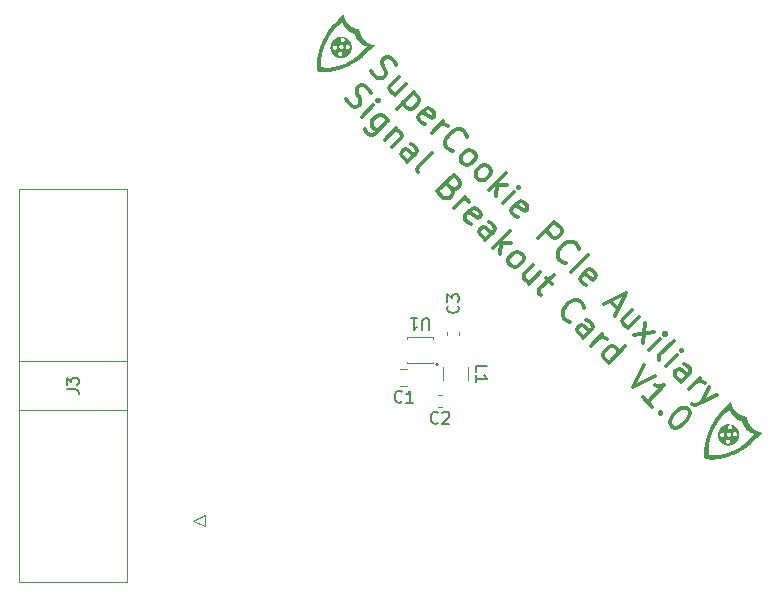
<source format=gbr>
%TF.GenerationSoftware,KiCad,Pcbnew,9.0.3*%
%TF.CreationDate,2025-08-09T15:12:17-04:00*%
%TF.ProjectId,PCIe-Aux-Signal-Breakout,50434965-2d41-4757-982d-5369676e616c,rev?*%
%TF.SameCoordinates,Original*%
%TF.FileFunction,Legend,Top*%
%TF.FilePolarity,Positive*%
%FSLAX46Y46*%
G04 Gerber Fmt 4.6, Leading zero omitted, Abs format (unit mm)*
G04 Created by KiCad (PCBNEW 9.0.3) date 2025-08-09 15:12:17*
%MOMM*%
%LPD*%
G01*
G04 APERTURE LIST*
%ADD10C,0.300000*%
%ADD11C,0.150000*%
%ADD12C,0.000000*%
%ADD13C,0.120000*%
%ADD14C,0.100000*%
G04 APERTURE END LIST*
D10*
X76305397Y-78080328D02*
X76440084Y-78349703D01*
X76440084Y-78349703D02*
X76776801Y-78686420D01*
X76776801Y-78686420D02*
X76978832Y-78753764D01*
X76978832Y-78753764D02*
X77113519Y-78753764D01*
X77113519Y-78753764D02*
X77315550Y-78686420D01*
X77315550Y-78686420D02*
X77450237Y-78551733D01*
X77450237Y-78551733D02*
X77517580Y-78349703D01*
X77517580Y-78349703D02*
X77517580Y-78215015D01*
X77517580Y-78215015D02*
X77450237Y-78012985D01*
X77450237Y-78012985D02*
X77248206Y-77676267D01*
X77248206Y-77676267D02*
X77180863Y-77474237D01*
X77180863Y-77474237D02*
X77180863Y-77339550D01*
X77180863Y-77339550D02*
X77248206Y-77137519D01*
X77248206Y-77137519D02*
X77382893Y-77002832D01*
X77382893Y-77002832D02*
X77584924Y-76935489D01*
X77584924Y-76935489D02*
X77719611Y-76935489D01*
X77719611Y-76935489D02*
X77921641Y-77002832D01*
X77921641Y-77002832D02*
X78258359Y-77339550D01*
X78258359Y-77339550D02*
X78393046Y-77608924D01*
X79201168Y-79225168D02*
X78258359Y-80167977D01*
X78595076Y-78619077D02*
X77854298Y-79359855D01*
X77854298Y-79359855D02*
X77786954Y-79561886D01*
X77786954Y-79561886D02*
X77854298Y-79763916D01*
X77854298Y-79763916D02*
X78056328Y-79965947D01*
X78056328Y-79965947D02*
X78258359Y-80033290D01*
X78258359Y-80033290D02*
X78393046Y-80033290D01*
X79874603Y-79898603D02*
X78460389Y-81312817D01*
X79807259Y-79965947D02*
X80009290Y-80033290D01*
X80009290Y-80033290D02*
X80278664Y-80302664D01*
X80278664Y-80302664D02*
X80346007Y-80504695D01*
X80346007Y-80504695D02*
X80346007Y-80639382D01*
X80346007Y-80639382D02*
X80278664Y-80841412D01*
X80278664Y-80841412D02*
X79874603Y-81245473D01*
X79874603Y-81245473D02*
X79672572Y-81312817D01*
X79672572Y-81312817D02*
X79537885Y-81312817D01*
X79537885Y-81312817D02*
X79335855Y-81245473D01*
X79335855Y-81245473D02*
X79066481Y-80976099D01*
X79066481Y-80976099D02*
X78999137Y-80774069D01*
X80817412Y-82592344D02*
X80615381Y-82525000D01*
X80615381Y-82525000D02*
X80346007Y-82255626D01*
X80346007Y-82255626D02*
X80278664Y-82053596D01*
X80278664Y-82053596D02*
X80346007Y-81851565D01*
X80346007Y-81851565D02*
X80884756Y-81312817D01*
X80884756Y-81312817D02*
X81086786Y-81245473D01*
X81086786Y-81245473D02*
X81288817Y-81312817D01*
X81288817Y-81312817D02*
X81558191Y-81582191D01*
X81558191Y-81582191D02*
X81625534Y-81784221D01*
X81625534Y-81784221D02*
X81558191Y-81986252D01*
X81558191Y-81986252D02*
X81423504Y-82120939D01*
X81423504Y-82120939D02*
X80615381Y-81582191D01*
X81423504Y-83333122D02*
X82366313Y-82390313D01*
X82096939Y-82659687D02*
X82298969Y-82592344D01*
X82298969Y-82592344D02*
X82433656Y-82592344D01*
X82433656Y-82592344D02*
X82635687Y-82659687D01*
X82635687Y-82659687D02*
X82770374Y-82794374D01*
X83241778Y-84882023D02*
X83107091Y-84882023D01*
X83107091Y-84882023D02*
X82837717Y-84747336D01*
X82837717Y-84747336D02*
X82703030Y-84612649D01*
X82703030Y-84612649D02*
X82568343Y-84343275D01*
X82568343Y-84343275D02*
X82568343Y-84073901D01*
X82568343Y-84073901D02*
X82635687Y-83871870D01*
X82635687Y-83871870D02*
X82837717Y-83535153D01*
X82837717Y-83535153D02*
X83039748Y-83333122D01*
X83039748Y-83333122D02*
X83376465Y-83131092D01*
X83376465Y-83131092D02*
X83578496Y-83063748D01*
X83578496Y-83063748D02*
X83847870Y-83063748D01*
X83847870Y-83063748D02*
X84117244Y-83198435D01*
X84117244Y-83198435D02*
X84251931Y-83333122D01*
X84251931Y-83333122D02*
X84386618Y-83602496D01*
X84386618Y-83602496D02*
X84386618Y-83737183D01*
X83915213Y-85824832D02*
X83847870Y-85622801D01*
X83847870Y-85622801D02*
X83847870Y-85488114D01*
X83847870Y-85488114D02*
X83915213Y-85286084D01*
X83915213Y-85286084D02*
X84319274Y-84882023D01*
X84319274Y-84882023D02*
X84521305Y-84814679D01*
X84521305Y-84814679D02*
X84655992Y-84814679D01*
X84655992Y-84814679D02*
X84858022Y-84882023D01*
X84858022Y-84882023D02*
X85060053Y-85084053D01*
X85060053Y-85084053D02*
X85127396Y-85286084D01*
X85127396Y-85286084D02*
X85127396Y-85420771D01*
X85127396Y-85420771D02*
X85060053Y-85622801D01*
X85060053Y-85622801D02*
X84655992Y-86026862D01*
X84655992Y-86026862D02*
X84453961Y-86094206D01*
X84453961Y-86094206D02*
X84319274Y-86094206D01*
X84319274Y-86094206D02*
X84117244Y-86026862D01*
X84117244Y-86026862D02*
X83915213Y-85824832D01*
X85194740Y-87104358D02*
X85127396Y-86902328D01*
X85127396Y-86902328D02*
X85127396Y-86767641D01*
X85127396Y-86767641D02*
X85194740Y-86565610D01*
X85194740Y-86565610D02*
X85598801Y-86161549D01*
X85598801Y-86161549D02*
X85800831Y-86094206D01*
X85800831Y-86094206D02*
X85935518Y-86094206D01*
X85935518Y-86094206D02*
X86137549Y-86161549D01*
X86137549Y-86161549D02*
X86339579Y-86363580D01*
X86339579Y-86363580D02*
X86406923Y-86565610D01*
X86406923Y-86565610D02*
X86406923Y-86700297D01*
X86406923Y-86700297D02*
X86339579Y-86902328D01*
X86339579Y-86902328D02*
X85935518Y-87306389D01*
X85935518Y-87306389D02*
X85733488Y-87373732D01*
X85733488Y-87373732D02*
X85598801Y-87373732D01*
X85598801Y-87373732D02*
X85396770Y-87306389D01*
X85396770Y-87306389D02*
X85194740Y-87104358D01*
X86272236Y-88181855D02*
X87686450Y-86767641D01*
X86945671Y-87777794D02*
X86810984Y-88720603D01*
X87753793Y-87777794D02*
X86676297Y-87777794D01*
X87417076Y-89326694D02*
X88359885Y-88383885D01*
X88831289Y-87912481D02*
X88696602Y-87912481D01*
X88696602Y-87912481D02*
X88696602Y-88047168D01*
X88696602Y-88047168D02*
X88831289Y-88047168D01*
X88831289Y-88047168D02*
X88831289Y-87912481D01*
X88831289Y-87912481D02*
X88696602Y-88047168D01*
X88696602Y-90471534D02*
X88494572Y-90404190D01*
X88494572Y-90404190D02*
X88225198Y-90134816D01*
X88225198Y-90134816D02*
X88157854Y-89932786D01*
X88157854Y-89932786D02*
X88225198Y-89730755D01*
X88225198Y-89730755D02*
X88763946Y-89192007D01*
X88763946Y-89192007D02*
X88965976Y-89124664D01*
X88965976Y-89124664D02*
X89168007Y-89192007D01*
X89168007Y-89192007D02*
X89437381Y-89461381D01*
X89437381Y-89461381D02*
X89504724Y-89663412D01*
X89504724Y-89663412D02*
X89437381Y-89865442D01*
X89437381Y-89865442D02*
X89302694Y-90000129D01*
X89302694Y-90000129D02*
X88494572Y-89461381D01*
X90380191Y-92289809D02*
X91794404Y-90875596D01*
X91794404Y-90875596D02*
X92333152Y-91414344D01*
X92333152Y-91414344D02*
X92400496Y-91616374D01*
X92400496Y-91616374D02*
X92400496Y-91751061D01*
X92400496Y-91751061D02*
X92333152Y-91953092D01*
X92333152Y-91953092D02*
X92131122Y-92155122D01*
X92131122Y-92155122D02*
X91929091Y-92222466D01*
X91929091Y-92222466D02*
X91794404Y-92222466D01*
X91794404Y-92222466D02*
X91592374Y-92155122D01*
X91592374Y-92155122D02*
X91053626Y-91616374D01*
X92737213Y-94377458D02*
X92602526Y-94377458D01*
X92602526Y-94377458D02*
X92333152Y-94242771D01*
X92333152Y-94242771D02*
X92198465Y-94108084D01*
X92198465Y-94108084D02*
X92063778Y-93838710D01*
X92063778Y-93838710D02*
X92063778Y-93569336D01*
X92063778Y-93569336D02*
X92131122Y-93367305D01*
X92131122Y-93367305D02*
X92333152Y-93030588D01*
X92333152Y-93030588D02*
X92535183Y-92828557D01*
X92535183Y-92828557D02*
X92871900Y-92626527D01*
X92871900Y-92626527D02*
X93073931Y-92559183D01*
X93073931Y-92559183D02*
X93343305Y-92559183D01*
X93343305Y-92559183D02*
X93612679Y-92693870D01*
X93612679Y-92693870D02*
X93747366Y-92828557D01*
X93747366Y-92828557D02*
X93882053Y-93097931D01*
X93882053Y-93097931D02*
X93882053Y-93232618D01*
X93208618Y-95118236D02*
X94622831Y-93704023D01*
X94488144Y-96263076D02*
X94286114Y-96195732D01*
X94286114Y-96195732D02*
X94016740Y-95926358D01*
X94016740Y-95926358D02*
X93949396Y-95724328D01*
X93949396Y-95724328D02*
X94016740Y-95522297D01*
X94016740Y-95522297D02*
X94555488Y-94983549D01*
X94555488Y-94983549D02*
X94757518Y-94916206D01*
X94757518Y-94916206D02*
X94959549Y-94983549D01*
X94959549Y-94983549D02*
X95228923Y-95252923D01*
X95228923Y-95252923D02*
X95296266Y-95454954D01*
X95296266Y-95454954D02*
X95228923Y-95656984D01*
X95228923Y-95656984D02*
X95094236Y-95791671D01*
X95094236Y-95791671D02*
X94286114Y-95252923D01*
X96508450Y-97609946D02*
X97181885Y-98283381D01*
X95969702Y-97879320D02*
X97855320Y-96936511D01*
X97855320Y-96936511D02*
X96912511Y-98822129D01*
X98932816Y-98956817D02*
X97990007Y-99899626D01*
X98326725Y-98350725D02*
X97585946Y-99091504D01*
X97585946Y-99091504D02*
X97518603Y-99293534D01*
X97518603Y-99293534D02*
X97585946Y-99495565D01*
X97585946Y-99495565D02*
X97787977Y-99697595D01*
X97787977Y-99697595D02*
X97990007Y-99764939D01*
X97990007Y-99764939D02*
X98124694Y-99764939D01*
X98528755Y-100438374D02*
X100212343Y-100236343D01*
X99471564Y-99495565D02*
X99269534Y-101179152D01*
X99808282Y-101717901D02*
X100751091Y-100775092D01*
X101222496Y-100303687D02*
X101087809Y-100303687D01*
X101087809Y-100303687D02*
X101087809Y-100438374D01*
X101087809Y-100438374D02*
X101222496Y-100438374D01*
X101222496Y-100438374D02*
X101222496Y-100303687D01*
X101222496Y-100303687D02*
X101087809Y-100438374D01*
X100683748Y-102593366D02*
X100616404Y-102391336D01*
X100616404Y-102391336D02*
X100683748Y-102189305D01*
X100683748Y-102189305D02*
X101895931Y-100977122D01*
X101222496Y-103132114D02*
X102165305Y-102189305D01*
X102636709Y-101717901D02*
X102502022Y-101717901D01*
X102502022Y-101717901D02*
X102502022Y-101852588D01*
X102502022Y-101852588D02*
X102636709Y-101852588D01*
X102636709Y-101852588D02*
X102636709Y-101717901D01*
X102636709Y-101717901D02*
X102502022Y-101852588D01*
X102502022Y-104411641D02*
X103242801Y-103670862D01*
X103242801Y-103670862D02*
X103310144Y-103468832D01*
X103310144Y-103468832D02*
X103242801Y-103266801D01*
X103242801Y-103266801D02*
X102973427Y-102997427D01*
X102973427Y-102997427D02*
X102771396Y-102930084D01*
X102569366Y-104344297D02*
X102367335Y-104276954D01*
X102367335Y-104276954D02*
X102030618Y-103940236D01*
X102030618Y-103940236D02*
X101963274Y-103738206D01*
X101963274Y-103738206D02*
X102030618Y-103536175D01*
X102030618Y-103536175D02*
X102165305Y-103401488D01*
X102165305Y-103401488D02*
X102367335Y-103334145D01*
X102367335Y-103334145D02*
X102569366Y-103401488D01*
X102569366Y-103401488D02*
X102906083Y-103738206D01*
X102906083Y-103738206D02*
X103108114Y-103805549D01*
X103175457Y-105085076D02*
X104118267Y-104142267D01*
X103848893Y-104411641D02*
X104050923Y-104344297D01*
X104050923Y-104344297D02*
X104185610Y-104344297D01*
X104185610Y-104344297D02*
X104387641Y-104411641D01*
X104387641Y-104411641D02*
X104522328Y-104546328D01*
X104859045Y-104883045D02*
X104252953Y-106162572D01*
X105532480Y-105556480D02*
X104252953Y-106162572D01*
X104252953Y-106162572D02*
X103781549Y-106364602D01*
X103781549Y-106364602D02*
X103646862Y-106364602D01*
X103646862Y-106364602D02*
X103444831Y-106297259D01*
X74163279Y-80491820D02*
X74297966Y-80761194D01*
X74297966Y-80761194D02*
X74634683Y-81097912D01*
X74634683Y-81097912D02*
X74836714Y-81165255D01*
X74836714Y-81165255D02*
X74971401Y-81165255D01*
X74971401Y-81165255D02*
X75173431Y-81097912D01*
X75173431Y-81097912D02*
X75308118Y-80963225D01*
X75308118Y-80963225D02*
X75375462Y-80761194D01*
X75375462Y-80761194D02*
X75375462Y-80626507D01*
X75375462Y-80626507D02*
X75308118Y-80424477D01*
X75308118Y-80424477D02*
X75106088Y-80087759D01*
X75106088Y-80087759D02*
X75038744Y-79885729D01*
X75038744Y-79885729D02*
X75038744Y-79751042D01*
X75038744Y-79751042D02*
X75106088Y-79549011D01*
X75106088Y-79549011D02*
X75240775Y-79414324D01*
X75240775Y-79414324D02*
X75442805Y-79346981D01*
X75442805Y-79346981D02*
X75577492Y-79346981D01*
X75577492Y-79346981D02*
X75779523Y-79414324D01*
X75779523Y-79414324D02*
X76116240Y-79751042D01*
X76116240Y-79751042D02*
X76250927Y-80020416D01*
X75510149Y-81973377D02*
X76452958Y-81030568D01*
X76924363Y-80559164D02*
X76789676Y-80559164D01*
X76789676Y-80559164D02*
X76789676Y-80693851D01*
X76789676Y-80693851D02*
X76924363Y-80693851D01*
X76924363Y-80693851D02*
X76924363Y-80559164D01*
X76924363Y-80559164D02*
X76789676Y-80693851D01*
X77732485Y-82310095D02*
X76587645Y-83454935D01*
X76587645Y-83454935D02*
X76385615Y-83522278D01*
X76385615Y-83522278D02*
X76250928Y-83522278D01*
X76250928Y-83522278D02*
X76048897Y-83454935D01*
X76048897Y-83454935D02*
X75846867Y-83252904D01*
X75846867Y-83252904D02*
X75779523Y-83050874D01*
X76857019Y-83185561D02*
X76654989Y-83118217D01*
X76654989Y-83118217D02*
X76385615Y-82848843D01*
X76385615Y-82848843D02*
X76318271Y-82646813D01*
X76318271Y-82646813D02*
X76318271Y-82512126D01*
X76318271Y-82512126D02*
X76385615Y-82310095D01*
X76385615Y-82310095D02*
X76789676Y-81906034D01*
X76789676Y-81906034D02*
X76991706Y-81838691D01*
X76991706Y-81838691D02*
X77126393Y-81838691D01*
X77126393Y-81838691D02*
X77328424Y-81906034D01*
X77328424Y-81906034D02*
X77597798Y-82175408D01*
X77597798Y-82175408D02*
X77665141Y-82377439D01*
X78405920Y-82983530D02*
X77463111Y-83926339D01*
X78271233Y-83118217D02*
X78405920Y-83118217D01*
X78405920Y-83118217D02*
X78607950Y-83185561D01*
X78607950Y-83185561D02*
X78809981Y-83387591D01*
X78809981Y-83387591D02*
X78877324Y-83589622D01*
X78877324Y-83589622D02*
X78809981Y-83791652D01*
X78809981Y-83791652D02*
X78069202Y-84532431D01*
X79348729Y-85811957D02*
X80089507Y-85071179D01*
X80089507Y-85071179D02*
X80156851Y-84869148D01*
X80156851Y-84869148D02*
X80089507Y-84667118D01*
X80089507Y-84667118D02*
X79820133Y-84397744D01*
X79820133Y-84397744D02*
X79618103Y-84330400D01*
X79416072Y-85744614D02*
X79214042Y-85677270D01*
X79214042Y-85677270D02*
X78877324Y-85340553D01*
X78877324Y-85340553D02*
X78809981Y-85138522D01*
X78809981Y-85138522D02*
X78877324Y-84936492D01*
X78877324Y-84936492D02*
X79012011Y-84801805D01*
X79012011Y-84801805D02*
X79214042Y-84734461D01*
X79214042Y-84734461D02*
X79416072Y-84801805D01*
X79416072Y-84801805D02*
X79752790Y-85138522D01*
X79752790Y-85138522D02*
X79954820Y-85205866D01*
X80224195Y-86687423D02*
X80156851Y-86485393D01*
X80156851Y-86485393D02*
X80224195Y-86283362D01*
X80224195Y-86283362D02*
X81436378Y-85071179D01*
X83052622Y-88034294D02*
X83187309Y-88303668D01*
X83187309Y-88303668D02*
X83187309Y-88438355D01*
X83187309Y-88438355D02*
X83119966Y-88640385D01*
X83119966Y-88640385D02*
X82917935Y-88842416D01*
X82917935Y-88842416D02*
X82715905Y-88909759D01*
X82715905Y-88909759D02*
X82581218Y-88909759D01*
X82581218Y-88909759D02*
X82379187Y-88842416D01*
X82379187Y-88842416D02*
X81840439Y-88303668D01*
X81840439Y-88303668D02*
X83254653Y-86889454D01*
X83254653Y-86889454D02*
X83726057Y-87360858D01*
X83726057Y-87360858D02*
X83793401Y-87562889D01*
X83793401Y-87562889D02*
X83793401Y-87697576D01*
X83793401Y-87697576D02*
X83726057Y-87899607D01*
X83726057Y-87899607D02*
X83591370Y-88034294D01*
X83591370Y-88034294D02*
X83389340Y-88101637D01*
X83389340Y-88101637D02*
X83254653Y-88101637D01*
X83254653Y-88101637D02*
X83052622Y-88034294D01*
X83052622Y-88034294D02*
X82581218Y-87562889D01*
X83254653Y-89717881D02*
X84197462Y-88775072D01*
X83928088Y-89044446D02*
X84130118Y-88977103D01*
X84130118Y-88977103D02*
X84264805Y-88977103D01*
X84264805Y-88977103D02*
X84466836Y-89044446D01*
X84466836Y-89044446D02*
X84601523Y-89179133D01*
X84736209Y-91064751D02*
X84534179Y-90997407D01*
X84534179Y-90997407D02*
X84264805Y-90728033D01*
X84264805Y-90728033D02*
X84197461Y-90526003D01*
X84197461Y-90526003D02*
X84264805Y-90323972D01*
X84264805Y-90323972D02*
X84803553Y-89785224D01*
X84803553Y-89785224D02*
X85005583Y-89717881D01*
X85005583Y-89717881D02*
X85207614Y-89785224D01*
X85207614Y-89785224D02*
X85476988Y-90054598D01*
X85476988Y-90054598D02*
X85544331Y-90256629D01*
X85544331Y-90256629D02*
X85476988Y-90458659D01*
X85476988Y-90458659D02*
X85342301Y-90593346D01*
X85342301Y-90593346D02*
X84534179Y-90054598D01*
X85948393Y-92411621D02*
X86689171Y-91670843D01*
X86689171Y-91670843D02*
X86756515Y-91468812D01*
X86756515Y-91468812D02*
X86689171Y-91266782D01*
X86689171Y-91266782D02*
X86419797Y-90997408D01*
X86419797Y-90997408D02*
X86217767Y-90930064D01*
X86015736Y-92344278D02*
X85813706Y-92276934D01*
X85813706Y-92276934D02*
X85476988Y-91940217D01*
X85476988Y-91940217D02*
X85409645Y-91738186D01*
X85409645Y-91738186D02*
X85476988Y-91536156D01*
X85476988Y-91536156D02*
X85611675Y-91401469D01*
X85611675Y-91401469D02*
X85813706Y-91334125D01*
X85813706Y-91334125D02*
X86015736Y-91401469D01*
X86015736Y-91401469D02*
X86352454Y-91738186D01*
X86352454Y-91738186D02*
X86554484Y-91805530D01*
X86621828Y-93085056D02*
X88036041Y-91670843D01*
X87295263Y-92680995D02*
X87160576Y-93623804D01*
X88103385Y-92680995D02*
X87025889Y-92680995D01*
X87968698Y-94431927D02*
X87901355Y-94229896D01*
X87901355Y-94229896D02*
X87901355Y-94095209D01*
X87901355Y-94095209D02*
X87968698Y-93893179D01*
X87968698Y-93893179D02*
X88372759Y-93489118D01*
X88372759Y-93489118D02*
X88574790Y-93421774D01*
X88574790Y-93421774D02*
X88709477Y-93421774D01*
X88709477Y-93421774D02*
X88911507Y-93489118D01*
X88911507Y-93489118D02*
X89113538Y-93691148D01*
X89113538Y-93691148D02*
X89180881Y-93893179D01*
X89180881Y-93893179D02*
X89180881Y-94027866D01*
X89180881Y-94027866D02*
X89113538Y-94229896D01*
X89113538Y-94229896D02*
X88709477Y-94633957D01*
X88709477Y-94633957D02*
X88507446Y-94701301D01*
X88507446Y-94701301D02*
X88372759Y-94701301D01*
X88372759Y-94701301D02*
X88170729Y-94633957D01*
X88170729Y-94633957D02*
X87968698Y-94431927D01*
X90595095Y-95172705D02*
X89652286Y-96115514D01*
X89989003Y-94566614D02*
X89248225Y-95307392D01*
X89248225Y-95307392D02*
X89180881Y-95509423D01*
X89180881Y-95509423D02*
X89248225Y-95711453D01*
X89248225Y-95711453D02*
X89450255Y-95913484D01*
X89450255Y-95913484D02*
X89652286Y-95980827D01*
X89652286Y-95980827D02*
X89786973Y-95980827D01*
X91066500Y-95644110D02*
X91605248Y-96182858D01*
X91739935Y-95374736D02*
X90527752Y-96586919D01*
X90527752Y-96586919D02*
X90460408Y-96788950D01*
X90460408Y-96788950D02*
X90527752Y-96990980D01*
X90527752Y-96990980D02*
X90662439Y-97125667D01*
X93154148Y-99348003D02*
X93019461Y-99348003D01*
X93019461Y-99348003D02*
X92750087Y-99213316D01*
X92750087Y-99213316D02*
X92615400Y-99078629D01*
X92615400Y-99078629D02*
X92480713Y-98809255D01*
X92480713Y-98809255D02*
X92480713Y-98539881D01*
X92480713Y-98539881D02*
X92548057Y-98337850D01*
X92548057Y-98337850D02*
X92750087Y-98001133D01*
X92750087Y-98001133D02*
X92952118Y-97799102D01*
X92952118Y-97799102D02*
X93288835Y-97597072D01*
X93288835Y-97597072D02*
X93490866Y-97529728D01*
X93490866Y-97529728D02*
X93760240Y-97529728D01*
X93760240Y-97529728D02*
X94029614Y-97664415D01*
X94029614Y-97664415D02*
X94164301Y-97799102D01*
X94164301Y-97799102D02*
X94298988Y-98068476D01*
X94298988Y-98068476D02*
X94298988Y-98203163D01*
X94231644Y-100694873D02*
X94972423Y-99954094D01*
X94972423Y-99954094D02*
X95039767Y-99752064D01*
X95039767Y-99752064D02*
X94972423Y-99550033D01*
X94972423Y-99550033D02*
X94703049Y-99280659D01*
X94703049Y-99280659D02*
X94501018Y-99213316D01*
X94298988Y-100627530D02*
X94096957Y-100560186D01*
X94096957Y-100560186D02*
X93760240Y-100223468D01*
X93760240Y-100223468D02*
X93692896Y-100021438D01*
X93692896Y-100021438D02*
X93760240Y-99819407D01*
X93760240Y-99819407D02*
X93894927Y-99684720D01*
X93894927Y-99684720D02*
X94096957Y-99617377D01*
X94096957Y-99617377D02*
X94298988Y-99684720D01*
X94298988Y-99684720D02*
X94635705Y-100021438D01*
X94635705Y-100021438D02*
X94837736Y-100088781D01*
X94905080Y-101368308D02*
X95847889Y-100425499D01*
X95578515Y-100694873D02*
X95780545Y-100627530D01*
X95780545Y-100627530D02*
X95915232Y-100627530D01*
X95915232Y-100627530D02*
X96117263Y-100694873D01*
X96117263Y-100694873D02*
X96251950Y-100829560D01*
X96386637Y-102849865D02*
X97800850Y-101435652D01*
X96453980Y-102782522D02*
X96251950Y-102715178D01*
X96251950Y-102715178D02*
X95982576Y-102445804D01*
X95982576Y-102445804D02*
X95915232Y-102243774D01*
X95915232Y-102243774D02*
X95915232Y-102109087D01*
X95915232Y-102109087D02*
X95982576Y-101907056D01*
X95982576Y-101907056D02*
X96386637Y-101502995D01*
X96386637Y-101502995D02*
X96588667Y-101435652D01*
X96588667Y-101435652D02*
X96723354Y-101435652D01*
X96723354Y-101435652D02*
X96925385Y-101502995D01*
X96925385Y-101502995D02*
X97194759Y-101772369D01*
X97194759Y-101772369D02*
X97262102Y-101974400D01*
X99349751Y-102984553D02*
X98406942Y-104870171D01*
X98406942Y-104870171D02*
X100292560Y-103927362D01*
X100090530Y-106553758D02*
X99282408Y-105745636D01*
X99686469Y-106149697D02*
X101100682Y-104735484D01*
X101100682Y-104735484D02*
X100763965Y-104802827D01*
X100763965Y-104802827D02*
X100494591Y-104802827D01*
X100494591Y-104802827D02*
X100292560Y-104735484D01*
X100831308Y-107025163D02*
X100831308Y-107159850D01*
X100831308Y-107159850D02*
X100696621Y-107159850D01*
X100696621Y-107159850D02*
X100696621Y-107025163D01*
X100696621Y-107025163D02*
X100831308Y-107025163D01*
X100831308Y-107025163D02*
X100696621Y-107159850D01*
X103053644Y-106688446D02*
X103188331Y-106823133D01*
X103188331Y-106823133D02*
X103255675Y-107025163D01*
X103255675Y-107025163D02*
X103255675Y-107159850D01*
X103255675Y-107159850D02*
X103188331Y-107361881D01*
X103188331Y-107361881D02*
X102986301Y-107698598D01*
X102986301Y-107698598D02*
X102649583Y-108035316D01*
X102649583Y-108035316D02*
X102312866Y-108237346D01*
X102312866Y-108237346D02*
X102110835Y-108304690D01*
X102110835Y-108304690D02*
X101976148Y-108304690D01*
X101976148Y-108304690D02*
X101774118Y-108237346D01*
X101774118Y-108237346D02*
X101639431Y-108102659D01*
X101639431Y-108102659D02*
X101572087Y-107900629D01*
X101572087Y-107900629D02*
X101572087Y-107765942D01*
X101572087Y-107765942D02*
X101639431Y-107563911D01*
X101639431Y-107563911D02*
X101841461Y-107227194D01*
X101841461Y-107227194D02*
X102178179Y-106890476D01*
X102178179Y-106890476D02*
X102514896Y-106688446D01*
X102514896Y-106688446D02*
X102716927Y-106621102D01*
X102716927Y-106621102D02*
X102851614Y-106621102D01*
X102851614Y-106621102D02*
X103053644Y-106688446D01*
D11*
X83604580Y-97991666D02*
X83652200Y-98039285D01*
X83652200Y-98039285D02*
X83699819Y-98182142D01*
X83699819Y-98182142D02*
X83699819Y-98277380D01*
X83699819Y-98277380D02*
X83652200Y-98420237D01*
X83652200Y-98420237D02*
X83556961Y-98515475D01*
X83556961Y-98515475D02*
X83461723Y-98563094D01*
X83461723Y-98563094D02*
X83271247Y-98610713D01*
X83271247Y-98610713D02*
X83128390Y-98610713D01*
X83128390Y-98610713D02*
X82937914Y-98563094D01*
X82937914Y-98563094D02*
X82842676Y-98515475D01*
X82842676Y-98515475D02*
X82747438Y-98420237D01*
X82747438Y-98420237D02*
X82699819Y-98277380D01*
X82699819Y-98277380D02*
X82699819Y-98182142D01*
X82699819Y-98182142D02*
X82747438Y-98039285D01*
X82747438Y-98039285D02*
X82795057Y-97991666D01*
X82699819Y-97658332D02*
X82699819Y-97039285D01*
X82699819Y-97039285D02*
X83080771Y-97372618D01*
X83080771Y-97372618D02*
X83080771Y-97229761D01*
X83080771Y-97229761D02*
X83128390Y-97134523D01*
X83128390Y-97134523D02*
X83176009Y-97086904D01*
X83176009Y-97086904D02*
X83271247Y-97039285D01*
X83271247Y-97039285D02*
X83509342Y-97039285D01*
X83509342Y-97039285D02*
X83604580Y-97086904D01*
X83604580Y-97086904D02*
X83652200Y-97134523D01*
X83652200Y-97134523D02*
X83699819Y-97229761D01*
X83699819Y-97229761D02*
X83699819Y-97515475D01*
X83699819Y-97515475D02*
X83652200Y-97610713D01*
X83652200Y-97610713D02*
X83604580Y-97658332D01*
X81186904Y-100065180D02*
X81186904Y-99255657D01*
X81186904Y-99255657D02*
X81139285Y-99160419D01*
X81139285Y-99160419D02*
X81091666Y-99112800D01*
X81091666Y-99112800D02*
X80996428Y-99065180D01*
X80996428Y-99065180D02*
X80805952Y-99065180D01*
X80805952Y-99065180D02*
X80710714Y-99112800D01*
X80710714Y-99112800D02*
X80663095Y-99160419D01*
X80663095Y-99160419D02*
X80615476Y-99255657D01*
X80615476Y-99255657D02*
X80615476Y-100065180D01*
X79615476Y-99065180D02*
X80186904Y-99065180D01*
X79901190Y-99065180D02*
X79901190Y-100065180D01*
X79901190Y-100065180D02*
X79996428Y-99922323D01*
X79996428Y-99922323D02*
X80091666Y-99827085D01*
X80091666Y-99827085D02*
X80186904Y-99779466D01*
X85120180Y-103603333D02*
X85120180Y-103127143D01*
X85120180Y-103127143D02*
X86120180Y-103127143D01*
X85120180Y-104460476D02*
X85120180Y-103889048D01*
X85120180Y-104174762D02*
X86120180Y-104174762D01*
X86120180Y-104174762D02*
X85977323Y-104079524D01*
X85977323Y-104079524D02*
X85882085Y-103984286D01*
X85882085Y-103984286D02*
X85834466Y-103889048D01*
X81928333Y-107889580D02*
X81880714Y-107937200D01*
X81880714Y-107937200D02*
X81737857Y-107984819D01*
X81737857Y-107984819D02*
X81642619Y-107984819D01*
X81642619Y-107984819D02*
X81499762Y-107937200D01*
X81499762Y-107937200D02*
X81404524Y-107841961D01*
X81404524Y-107841961D02*
X81356905Y-107746723D01*
X81356905Y-107746723D02*
X81309286Y-107556247D01*
X81309286Y-107556247D02*
X81309286Y-107413390D01*
X81309286Y-107413390D02*
X81356905Y-107222914D01*
X81356905Y-107222914D02*
X81404524Y-107127676D01*
X81404524Y-107127676D02*
X81499762Y-107032438D01*
X81499762Y-107032438D02*
X81642619Y-106984819D01*
X81642619Y-106984819D02*
X81737857Y-106984819D01*
X81737857Y-106984819D02*
X81880714Y-107032438D01*
X81880714Y-107032438D02*
X81928333Y-107080057D01*
X82309286Y-107080057D02*
X82356905Y-107032438D01*
X82356905Y-107032438D02*
X82452143Y-106984819D01*
X82452143Y-106984819D02*
X82690238Y-106984819D01*
X82690238Y-106984819D02*
X82785476Y-107032438D01*
X82785476Y-107032438D02*
X82833095Y-107080057D01*
X82833095Y-107080057D02*
X82880714Y-107175295D01*
X82880714Y-107175295D02*
X82880714Y-107270533D01*
X82880714Y-107270533D02*
X82833095Y-107413390D01*
X82833095Y-107413390D02*
X82261667Y-107984819D01*
X82261667Y-107984819D02*
X82880714Y-107984819D01*
X78888333Y-106099580D02*
X78840714Y-106147200D01*
X78840714Y-106147200D02*
X78697857Y-106194819D01*
X78697857Y-106194819D02*
X78602619Y-106194819D01*
X78602619Y-106194819D02*
X78459762Y-106147200D01*
X78459762Y-106147200D02*
X78364524Y-106051961D01*
X78364524Y-106051961D02*
X78316905Y-105956723D01*
X78316905Y-105956723D02*
X78269286Y-105766247D01*
X78269286Y-105766247D02*
X78269286Y-105623390D01*
X78269286Y-105623390D02*
X78316905Y-105432914D01*
X78316905Y-105432914D02*
X78364524Y-105337676D01*
X78364524Y-105337676D02*
X78459762Y-105242438D01*
X78459762Y-105242438D02*
X78602619Y-105194819D01*
X78602619Y-105194819D02*
X78697857Y-105194819D01*
X78697857Y-105194819D02*
X78840714Y-105242438D01*
X78840714Y-105242438D02*
X78888333Y-105290057D01*
X79840714Y-106194819D02*
X79269286Y-106194819D01*
X79555000Y-106194819D02*
X79555000Y-105194819D01*
X79555000Y-105194819D02*
X79459762Y-105337676D01*
X79459762Y-105337676D02*
X79364524Y-105432914D01*
X79364524Y-105432914D02*
X79269286Y-105480533D01*
X50502319Y-105083333D02*
X51216604Y-105083333D01*
X51216604Y-105083333D02*
X51359461Y-105130952D01*
X51359461Y-105130952D02*
X51454700Y-105226190D01*
X51454700Y-105226190D02*
X51502319Y-105369047D01*
X51502319Y-105369047D02*
X51502319Y-105464285D01*
X50502319Y-104702380D02*
X50502319Y-104083333D01*
X50502319Y-104083333D02*
X50883271Y-104416666D01*
X50883271Y-104416666D02*
X50883271Y-104273809D01*
X50883271Y-104273809D02*
X50930890Y-104178571D01*
X50930890Y-104178571D02*
X50978509Y-104130952D01*
X50978509Y-104130952D02*
X51073747Y-104083333D01*
X51073747Y-104083333D02*
X51311842Y-104083333D01*
X51311842Y-104083333D02*
X51407080Y-104130952D01*
X51407080Y-104130952D02*
X51454700Y-104178571D01*
X51454700Y-104178571D02*
X51502319Y-104273809D01*
X51502319Y-104273809D02*
X51502319Y-104559523D01*
X51502319Y-104559523D02*
X51454700Y-104654761D01*
X51454700Y-104654761D02*
X51407080Y-104702380D01*
D12*
%TO.C,G\u002A\u002A\u002A*%
G36*
X106733684Y-106110565D02*
G01*
X106734490Y-106114057D01*
X106735531Y-106118843D01*
X106736601Y-106123980D01*
X106736768Y-106124804D01*
X106738080Y-106130982D01*
X106739879Y-106138968D01*
X106742069Y-106148368D01*
X106744553Y-106158791D01*
X106747237Y-106169841D01*
X106750025Y-106181128D01*
X106752819Y-106192258D01*
X106755526Y-106202836D01*
X106758048Y-106212471D01*
X106759181Y-106216703D01*
X106776396Y-106276403D01*
X106795436Y-106334742D01*
X106816300Y-106391720D01*
X106838987Y-106447335D01*
X106863497Y-106501588D01*
X106889832Y-106554477D01*
X106917989Y-106606004D01*
X106947968Y-106656165D01*
X106979770Y-106704963D01*
X107013394Y-106752396D01*
X107048838Y-106798462D01*
X107086106Y-106843163D01*
X107125192Y-106886496D01*
X107166101Y-106928464D01*
X107208828Y-106969063D01*
X107253377Y-107008294D01*
X107267727Y-107020319D01*
X107314583Y-107057721D01*
X107363327Y-107093886D01*
X107413961Y-107128812D01*
X107466489Y-107162503D01*
X107520915Y-107194962D01*
X107577243Y-107226189D01*
X107635477Y-107256188D01*
X107695620Y-107284960D01*
X107757678Y-107312509D01*
X107821652Y-107338835D01*
X107857169Y-107352609D01*
X107873596Y-107358752D01*
X107891758Y-107365371D01*
X107911203Y-107372312D01*
X107931482Y-107379421D01*
X107952140Y-107386541D01*
X107972726Y-107393519D01*
X107992791Y-107400197D01*
X108011880Y-107406423D01*
X108029542Y-107412039D01*
X108035803Y-107413987D01*
X108052501Y-107419144D01*
X108060888Y-107446057D01*
X108082739Y-107513382D01*
X108105822Y-107579107D01*
X108130117Y-107643188D01*
X108155601Y-107705578D01*
X108182255Y-107766230D01*
X108210056Y-107825101D01*
X108238984Y-107882143D01*
X108269018Y-107937310D01*
X108300134Y-107990557D01*
X108332315Y-108041837D01*
X108344011Y-108059592D01*
X108379161Y-108110350D01*
X108415639Y-108159262D01*
X108453441Y-108206327D01*
X108492567Y-108251545D01*
X108533012Y-108294912D01*
X108574778Y-108336426D01*
X108617859Y-108376086D01*
X108662256Y-108413889D01*
X108707965Y-108449835D01*
X108754985Y-108483920D01*
X108803314Y-108516144D01*
X108852949Y-108546504D01*
X108899885Y-108572851D01*
X108948650Y-108597924D01*
X108999081Y-108621581D01*
X109051016Y-108643766D01*
X109104295Y-108664418D01*
X109158754Y-108683482D01*
X109214232Y-108700901D01*
X109270569Y-108716617D01*
X109327604Y-108730573D01*
X109370097Y-108739720D01*
X109373777Y-108740467D01*
X108960103Y-109154122D01*
X108927628Y-109186594D01*
X108896717Y-109217502D01*
X108867323Y-109246891D01*
X108839398Y-109274807D01*
X108812897Y-109301295D01*
X108787774Y-109326401D01*
X108763982Y-109350172D01*
X108741474Y-109372652D01*
X108720205Y-109393887D01*
X108700126Y-109413924D01*
X108681192Y-109432807D01*
X108663356Y-109450583D01*
X108646573Y-109467297D01*
X108630795Y-109482994D01*
X108615976Y-109497722D01*
X108602070Y-109511524D01*
X108589029Y-109524449D01*
X108576809Y-109536539D01*
X108565361Y-109547843D01*
X108554641Y-109558403D01*
X108544600Y-109568269D01*
X108535192Y-109577483D01*
X108526372Y-109586093D01*
X108518093Y-109594145D01*
X108510308Y-109601682D01*
X108502970Y-109608753D01*
X108496033Y-109615401D01*
X108489452Y-109621674D01*
X108483180Y-109627615D01*
X108477168Y-109633272D01*
X108471372Y-109638690D01*
X108465745Y-109643916D01*
X108460241Y-109648993D01*
X108454812Y-109653968D01*
X108449413Y-109658887D01*
X108443997Y-109663796D01*
X108438517Y-109668741D01*
X108432927Y-109673766D01*
X108427181Y-109678918D01*
X108421231Y-109684242D01*
X108419616Y-109685687D01*
X108353339Y-109743672D01*
X108284946Y-109801002D01*
X108214517Y-109857629D01*
X108142133Y-109913505D01*
X108067872Y-109968585D01*
X107991811Y-110022820D01*
X107914032Y-110076164D01*
X107834614Y-110128570D01*
X107753634Y-110179990D01*
X107671174Y-110230377D01*
X107587311Y-110279683D01*
X107502126Y-110327863D01*
X107415697Y-110374867D01*
X107328104Y-110420650D01*
X107239425Y-110465164D01*
X107149740Y-110508362D01*
X107059127Y-110550198D01*
X106967668Y-110590622D01*
X106875440Y-110629589D01*
X106782524Y-110667052D01*
X106751672Y-110679096D01*
X106663120Y-110712575D01*
X106574592Y-110744435D01*
X106486159Y-110774657D01*
X106397898Y-110803226D01*
X106309886Y-110830124D01*
X106222196Y-110855332D01*
X106134904Y-110878835D01*
X106048086Y-110900616D01*
X105961817Y-110920655D01*
X105876171Y-110938937D01*
X105791226Y-110955444D01*
X105707056Y-110970160D01*
X105623737Y-110983065D01*
X105541342Y-110994144D01*
X105459948Y-111003379D01*
X105379632Y-111010752D01*
X105300467Y-111016247D01*
X105274148Y-111017669D01*
X105255256Y-111018522D01*
X105234885Y-111019273D01*
X105213348Y-111019919D01*
X105190961Y-111020457D01*
X105168040Y-111020885D01*
X105144900Y-111021199D01*
X105121856Y-111021397D01*
X105099224Y-111021476D01*
X105077319Y-111021433D01*
X105056457Y-111021266D01*
X105036955Y-111020971D01*
X105019124Y-111020547D01*
X105004773Y-111020050D01*
X104949017Y-111017303D01*
X104895140Y-111013677D01*
X104842906Y-111009143D01*
X104792082Y-111003671D01*
X104742434Y-110997228D01*
X104693726Y-110989785D01*
X104645723Y-110981313D01*
X104598192Y-110971779D01*
X104550897Y-110961152D01*
X104547977Y-110960459D01*
X104540658Y-110958709D01*
X104533971Y-110957094D01*
X104528273Y-110955704D01*
X104523923Y-110954625D01*
X104521278Y-110953946D01*
X104520758Y-110953800D01*
X104519970Y-110953328D01*
X104519213Y-110952266D01*
X104518425Y-110950373D01*
X104517540Y-110947413D01*
X104516495Y-110943145D01*
X104515226Y-110937330D01*
X104513667Y-110929731D01*
X104511956Y-110921130D01*
X104500636Y-110858737D01*
X104490986Y-110794808D01*
X104483005Y-110729355D01*
X104476694Y-110662393D01*
X104472055Y-110593933D01*
X104469087Y-110523989D01*
X104467792Y-110452574D01*
X104468169Y-110379702D01*
X104470219Y-110305384D01*
X104473943Y-110229636D01*
X104476672Y-110189333D01*
X104842501Y-110189333D01*
X104843461Y-110249592D01*
X104845247Y-110296763D01*
X104847848Y-110342160D01*
X104851298Y-110386145D01*
X104855627Y-110429080D01*
X104860869Y-110471329D01*
X104866196Y-110507804D01*
X104867242Y-110514302D01*
X104868508Y-110521833D01*
X104869940Y-110530106D01*
X104871484Y-110538834D01*
X104873085Y-110547725D01*
X104874691Y-110556490D01*
X104876249Y-110564841D01*
X104877704Y-110572488D01*
X104879003Y-110579139D01*
X104880090Y-110584508D01*
X104880915Y-110588303D01*
X104881422Y-110590236D01*
X104881508Y-110590413D01*
X104882694Y-110590805D01*
X104885696Y-110591623D01*
X104890116Y-110592760D01*
X104895555Y-110594115D01*
X104898220Y-110594766D01*
X104907260Y-110596884D01*
X104918085Y-110599294D01*
X104930236Y-110601905D01*
X104943256Y-110604622D01*
X104956685Y-110607354D01*
X104970064Y-110610007D01*
X104982934Y-110612490D01*
X104994837Y-110614708D01*
X105005314Y-110616567D01*
X105008808Y-110617158D01*
X105066237Y-110625736D01*
X105125141Y-110632628D01*
X105185464Y-110637831D01*
X105247149Y-110641342D01*
X105310140Y-110643159D01*
X105374380Y-110643281D01*
X105439813Y-110641704D01*
X105506383Y-110638427D01*
X105519462Y-110637593D01*
X105591464Y-110631901D01*
X105664586Y-110624299D01*
X105738744Y-110614806D01*
X105813851Y-110603443D01*
X105889820Y-110590231D01*
X105966568Y-110575189D01*
X106044006Y-110558338D01*
X106122052Y-110539698D01*
X106200617Y-110519289D01*
X106279616Y-110497133D01*
X106358964Y-110473249D01*
X106438575Y-110447656D01*
X106518363Y-110420377D01*
X106598242Y-110391431D01*
X106662511Y-110366949D01*
X106747425Y-110332960D01*
X106831657Y-110297383D01*
X106915109Y-110260272D01*
X106997683Y-110221682D01*
X107079283Y-110181670D01*
X107159812Y-110140294D01*
X107239170Y-110097607D01*
X107317264Y-110053669D01*
X107393993Y-110008531D01*
X107469263Y-109962252D01*
X107542974Y-109914888D01*
X107615031Y-109866496D01*
X107685336Y-109817130D01*
X107753791Y-109766846D01*
X107820299Y-109715702D01*
X107884764Y-109663753D01*
X107892322Y-109657497D01*
X107906309Y-109645830D01*
X107920025Y-109634263D01*
X107933712Y-109622587D01*
X107947608Y-109610593D01*
X107961955Y-109598072D01*
X107976993Y-109584811D01*
X107992964Y-109570603D01*
X108010107Y-109555237D01*
X108028162Y-109538956D01*
X108030488Y-109536801D01*
X108033856Y-109533596D01*
X108038291Y-109529317D01*
X108043820Y-109523938D01*
X108050470Y-109517433D01*
X108058264Y-109509776D01*
X108067228Y-109500943D01*
X108077390Y-109490907D01*
X108088773Y-109479643D01*
X108101405Y-109467126D01*
X108115311Y-109453329D01*
X108130517Y-109438226D01*
X108147047Y-109421794D01*
X108164928Y-109404006D01*
X108184187Y-109384836D01*
X108204848Y-109364259D01*
X108226938Y-109342249D01*
X108250481Y-109318782D01*
X108275505Y-109293829D01*
X108302033Y-109267369D01*
X108330094Y-109239373D01*
X108359711Y-109209815D01*
X108390755Y-109178829D01*
X108733899Y-108836284D01*
X108730179Y-108835514D01*
X108700187Y-108828825D01*
X108668820Y-108820905D01*
X108636516Y-108811895D01*
X108603719Y-108801936D01*
X108570871Y-108791169D01*
X108538411Y-108779732D01*
X108506783Y-108767765D01*
X108476428Y-108755410D01*
X108472555Y-108753765D01*
X108424323Y-108731939D01*
X108377240Y-108708164D01*
X108331351Y-108682467D01*
X108286698Y-108654872D01*
X108243324Y-108625405D01*
X108201272Y-108594093D01*
X108187043Y-108582838D01*
X108158612Y-108559162D01*
X108129995Y-108533706D01*
X108101618Y-108506888D01*
X108073906Y-108479121D01*
X108047284Y-108450822D01*
X108022179Y-108422406D01*
X108019622Y-108419401D01*
X107986457Y-108378714D01*
X107954546Y-108336352D01*
X107923867Y-108292278D01*
X107894401Y-108246456D01*
X107866124Y-108198846D01*
X107839015Y-108149412D01*
X107813052Y-108098117D01*
X107788217Y-108044922D01*
X107764486Y-107989790D01*
X107741836Y-107932683D01*
X107740217Y-107928415D01*
X107734757Y-107913762D01*
X107728949Y-107897774D01*
X107722977Y-107880985D01*
X107717027Y-107863926D01*
X107711283Y-107847133D01*
X107705930Y-107831138D01*
X107701155Y-107816473D01*
X107699177Y-107810241D01*
X107690177Y-107781584D01*
X107672285Y-107775953D01*
X107611261Y-107755883D01*
X107552027Y-107734650D01*
X107494604Y-107712265D01*
X107439016Y-107688739D01*
X107385286Y-107664085D01*
X107333437Y-107638313D01*
X107283493Y-107611434D01*
X107235476Y-107583462D01*
X107189408Y-107554406D01*
X107145313Y-107524279D01*
X107103216Y-107493092D01*
X107098601Y-107489514D01*
X107084484Y-107478445D01*
X107071700Y-107468243D01*
X107059939Y-107458635D01*
X107048892Y-107449345D01*
X107038250Y-107440101D01*
X107027705Y-107430626D01*
X107016944Y-107420648D01*
X107005662Y-107409890D01*
X106993548Y-107398079D01*
X106980292Y-107384940D01*
X106976312Y-107380964D01*
X106964413Y-107369016D01*
X106953920Y-107358367D01*
X106944585Y-107348747D01*
X106936164Y-107339885D01*
X106928411Y-107331513D01*
X106921081Y-107323359D01*
X106913929Y-107315152D01*
X106906709Y-107306624D01*
X106899176Y-107297503D01*
X106891086Y-107287520D01*
X106888199Y-107283926D01*
X106856489Y-107242585D01*
X106826652Y-107200020D01*
X106798654Y-107156179D01*
X106772464Y-107111006D01*
X106748051Y-107064448D01*
X106725384Y-107016453D01*
X106714764Y-106992067D01*
X106702267Y-106961271D01*
X106690083Y-106928718D01*
X106678377Y-106894925D01*
X106667312Y-106860406D01*
X106657051Y-106825675D01*
X106647757Y-106791249D01*
X106639595Y-106757642D01*
X106637616Y-106748822D01*
X106635292Y-106738265D01*
X106321732Y-107051336D01*
X106292792Y-107080232D01*
X106265414Y-107107575D01*
X106239545Y-107133414D01*
X106215136Y-107157803D01*
X106192133Y-107180796D01*
X106170484Y-107202441D01*
X106150140Y-107222793D01*
X106131048Y-107241906D01*
X106113156Y-107259828D01*
X106096413Y-107276614D01*
X106080767Y-107292316D01*
X106066168Y-107306986D01*
X106052562Y-107320676D01*
X106039899Y-107333439D01*
X106028126Y-107345327D01*
X106017194Y-107356391D01*
X106007049Y-107366684D01*
X105997640Y-107376260D01*
X105988916Y-107385168D01*
X105980825Y-107393464D01*
X105973315Y-107401196D01*
X105966336Y-107408421D01*
X105959834Y-107415187D01*
X105953760Y-107421548D01*
X105948060Y-107427557D01*
X105942685Y-107433267D01*
X105937581Y-107438727D01*
X105932698Y-107443992D01*
X105927983Y-107449113D01*
X105923386Y-107454142D01*
X105918855Y-107459133D01*
X105914740Y-107463689D01*
X105864432Y-107520961D01*
X105814764Y-107580364D01*
X105765778Y-107641835D01*
X105717513Y-107705310D01*
X105670009Y-107770723D01*
X105623308Y-107838012D01*
X105577448Y-107907112D01*
X105532471Y-107977959D01*
X105488417Y-108050489D01*
X105445326Y-108124636D01*
X105403238Y-108200337D01*
X105362193Y-108277529D01*
X105322233Y-108356145D01*
X105283398Y-108436123D01*
X105245727Y-108517398D01*
X105226429Y-108560564D01*
X105193446Y-108636986D01*
X105161820Y-108713714D01*
X105131571Y-108790668D01*
X105102716Y-108867769D01*
X105075275Y-108944936D01*
X105049264Y-109022089D01*
X105024703Y-109099147D01*
X105001608Y-109176033D01*
X104979999Y-109252664D01*
X104959893Y-109328960D01*
X104941309Y-109404843D01*
X104924265Y-109480232D01*
X104908778Y-109555046D01*
X104894867Y-109629206D01*
X104882552Y-109702633D01*
X104871847Y-109775245D01*
X104862775Y-109846962D01*
X104855351Y-109917705D01*
X104849593Y-109987394D01*
X104845520Y-110055948D01*
X104843150Y-110123289D01*
X104842501Y-110189333D01*
X104476672Y-110189333D01*
X104478006Y-110169625D01*
X104485427Y-110084040D01*
X104494805Y-109997434D01*
X104506111Y-109909895D01*
X104519313Y-109821513D01*
X104534381Y-109732375D01*
X104551285Y-109642573D01*
X104569994Y-109552194D01*
X104590478Y-109461328D01*
X104612706Y-109370063D01*
X104636649Y-109278489D01*
X104662275Y-109186694D01*
X104689555Y-109094767D01*
X104718458Y-109002800D01*
X104748953Y-108910878D01*
X104781011Y-108819092D01*
X104814601Y-108727531D01*
X104849691Y-108636284D01*
X104886253Y-108545439D01*
X104924256Y-108455087D01*
X104963668Y-108365315D01*
X105004462Y-108276213D01*
X105046604Y-108187870D01*
X105090065Y-108100374D01*
X105134816Y-108013817D01*
X105180823Y-107928284D01*
X105228060Y-107843867D01*
X105276494Y-107760654D01*
X105326095Y-107678734D01*
X105330945Y-107670896D01*
X105375019Y-107601047D01*
X105419925Y-107532328D01*
X105465552Y-107464893D01*
X105511790Y-107398896D01*
X105558527Y-107334491D01*
X105605652Y-107271831D01*
X105653058Y-107211072D01*
X105700630Y-107152366D01*
X105722092Y-107126625D01*
X105726802Y-107121027D01*
X105732550Y-107114195D01*
X105738908Y-107106636D01*
X105745450Y-107098859D01*
X105751749Y-107091370D01*
X105754090Y-107088587D01*
X105772846Y-107066288D01*
X105903525Y-106935481D01*
X106252667Y-106585996D01*
X106732489Y-106105704D01*
X106733684Y-106110565D01*
G37*
G36*
X106568364Y-108027100D02*
G01*
X106612598Y-108029512D01*
X106656714Y-108034088D01*
X106700629Y-108040835D01*
X106744258Y-108049754D01*
X106787516Y-108060849D01*
X106830320Y-108074122D01*
X106872586Y-108089578D01*
X106878683Y-108092008D01*
X106920083Y-108109901D01*
X106960454Y-108129800D01*
X106999723Y-108151647D01*
X107037815Y-108175384D01*
X107074658Y-108200956D01*
X107110178Y-108228306D01*
X107144303Y-108257375D01*
X107176958Y-108288107D01*
X107208070Y-108320446D01*
X107237568Y-108354333D01*
X107265376Y-108389714D01*
X107270428Y-108396554D01*
X107296230Y-108433745D01*
X107320060Y-108472036D01*
X107341891Y-108511350D01*
X107361699Y-108551608D01*
X107379460Y-108592733D01*
X107395147Y-108634649D01*
X107408735Y-108677277D01*
X107420199Y-108720539D01*
X107429512Y-108764359D01*
X107436652Y-108808659D01*
X107441590Y-108853362D01*
X107444303Y-108898388D01*
X107444864Y-108929841D01*
X107443761Y-108975031D01*
X107440434Y-109019864D01*
X107434918Y-109064266D01*
X107427248Y-109108168D01*
X107417458Y-109151499D01*
X107405584Y-109194187D01*
X107391661Y-109236160D01*
X107375722Y-109277347D01*
X107357804Y-109317678D01*
X107337940Y-109357080D01*
X107316166Y-109395482D01*
X107292518Y-109432813D01*
X107267029Y-109469001D01*
X107239735Y-109503975D01*
X107210670Y-109537664D01*
X107179869Y-109569996D01*
X107147367Y-109600901D01*
X107113200Y-109630305D01*
X107095768Y-109644216D01*
X107059729Y-109670823D01*
X107022358Y-109695614D01*
X106983765Y-109718536D01*
X106944056Y-109739536D01*
X106903340Y-109758565D01*
X106861724Y-109775568D01*
X106819317Y-109790493D01*
X106776227Y-109803288D01*
X106755444Y-109808631D01*
X106711825Y-109818128D01*
X106667721Y-109825443D01*
X106623268Y-109830576D01*
X106578600Y-109833520D01*
X106533852Y-109834277D01*
X106489160Y-109832840D01*
X106444659Y-109829210D01*
X106400484Y-109823380D01*
X106362787Y-109816594D01*
X106318377Y-109806492D01*
X106275010Y-109794398D01*
X106232639Y-109780290D01*
X106191223Y-109764149D01*
X106150716Y-109745953D01*
X106111074Y-109725678D01*
X106072253Y-109703308D01*
X106034209Y-109678816D01*
X105996897Y-109652185D01*
X105960274Y-109623391D01*
X105957871Y-109621406D01*
X105954253Y-109618283D01*
X105949359Y-109613871D01*
X105943409Y-109608382D01*
X105936623Y-109602029D01*
X105929220Y-109595023D01*
X105921419Y-109587577D01*
X105913440Y-109579903D01*
X105905503Y-109572215D01*
X105897827Y-109564723D01*
X105890633Y-109557641D01*
X105884139Y-109551179D01*
X105878565Y-109545551D01*
X105874131Y-109540968D01*
X105871057Y-109537645D01*
X105870272Y-109536733D01*
X105868497Y-109534637D01*
X105865571Y-109531229D01*
X105861842Y-109526911D01*
X105857657Y-109522087D01*
X105855734Y-109519876D01*
X105838819Y-109499629D01*
X106297694Y-109499629D01*
X106298148Y-109519304D01*
X106300789Y-109538881D01*
X106305637Y-109558208D01*
X106307741Y-109564558D01*
X106315348Y-109582914D01*
X106324819Y-109600241D01*
X106336004Y-109616322D01*
X106348753Y-109630941D01*
X106362881Y-109643854D01*
X106379553Y-109656036D01*
X106396924Y-109666056D01*
X106415032Y-109673933D01*
X106433915Y-109679685D01*
X106441274Y-109681312D01*
X106461793Y-109684288D01*
X106482047Y-109685006D01*
X106501990Y-109683476D01*
X106521575Y-109679705D01*
X106540755Y-109673704D01*
X106559484Y-109665480D01*
X106576883Y-109655574D01*
X106580420Y-109653251D01*
X106583668Y-109650908D01*
X106586961Y-109648257D01*
X106590633Y-109645008D01*
X106595017Y-109640869D01*
X106600447Y-109635549D01*
X106604295Y-109631722D01*
X106610440Y-109625548D01*
X106615231Y-109620619D01*
X106618956Y-109616602D01*
X106621906Y-109613167D01*
X106624367Y-109609982D01*
X106626631Y-109606716D01*
X106628120Y-109604415D01*
X106638454Y-109586122D01*
X106646593Y-109567326D01*
X106652521Y-109548096D01*
X106656228Y-109528502D01*
X106657699Y-109508614D01*
X106656921Y-109488505D01*
X106653882Y-109468242D01*
X106653625Y-109467015D01*
X106648441Y-109447923D01*
X106641248Y-109429724D01*
X106632179Y-109412546D01*
X106621366Y-109396523D01*
X106608940Y-109381783D01*
X106595033Y-109368457D01*
X106579778Y-109356676D01*
X106563304Y-109346569D01*
X106545745Y-109338267D01*
X106527231Y-109331901D01*
X106513935Y-109328699D01*
X106493596Y-109325760D01*
X106473403Y-109325081D01*
X106453445Y-109326643D01*
X106433808Y-109330432D01*
X106414583Y-109336428D01*
X106395857Y-109344614D01*
X106377718Y-109354976D01*
X106377705Y-109354984D01*
X106373967Y-109357465D01*
X106370557Y-109359946D01*
X106367119Y-109362738D01*
X106363298Y-109366146D01*
X106358738Y-109370482D01*
X106353083Y-109376053D01*
X106350852Y-109378279D01*
X106344792Y-109384386D01*
X106340071Y-109389277D01*
X106336383Y-109393309D01*
X106333416Y-109396838D01*
X106330864Y-109400217D01*
X106328418Y-109403804D01*
X106327557Y-109405132D01*
X106317363Y-109423004D01*
X106309260Y-109441543D01*
X106303268Y-109460595D01*
X106299407Y-109480008D01*
X106297694Y-109499629D01*
X105838819Y-109499629D01*
X105836994Y-109497445D01*
X105818303Y-109473306D01*
X105800020Y-109447983D01*
X105782508Y-109422004D01*
X105766130Y-109395894D01*
X105751250Y-109370179D01*
X105746362Y-109361180D01*
X105743302Y-109355453D01*
X105740469Y-109350166D01*
X105738104Y-109345771D01*
X105736450Y-109342717D01*
X105735979Y-109341857D01*
X105734862Y-109339692D01*
X105732975Y-109335870D01*
X105730514Y-109330794D01*
X105727675Y-109324869D01*
X105724933Y-109319092D01*
X105706596Y-109277820D01*
X105690459Y-109236296D01*
X105676493Y-109194388D01*
X105664663Y-109151967D01*
X105654934Y-109108899D01*
X105647272Y-109065056D01*
X105641644Y-109020307D01*
X105638790Y-108986840D01*
X105638334Y-108978412D01*
X105637979Y-108968158D01*
X105637726Y-108956529D01*
X105637702Y-108954592D01*
X105830450Y-108954592D01*
X105831910Y-108974609D01*
X105835522Y-108993987D01*
X105841308Y-109012791D01*
X105849292Y-109031090D01*
X105859496Y-109048953D01*
X105864114Y-109055862D01*
X105867776Y-109060548D01*
X105872849Y-109066246D01*
X105878939Y-109072576D01*
X105885651Y-109079166D01*
X105892589Y-109085638D01*
X105899360Y-109091617D01*
X105905567Y-109096728D01*
X105910815Y-109100594D01*
X105911847Y-109101268D01*
X105929580Y-109111205D01*
X105948070Y-109119073D01*
X105967144Y-109124847D01*
X105986627Y-109128504D01*
X106006347Y-109130022D01*
X106026129Y-109129377D01*
X106045802Y-109126546D01*
X106064510Y-109121722D01*
X106081461Y-109115371D01*
X106085817Y-109113244D01*
X106098315Y-109107140D01*
X106109562Y-109100512D01*
X106113239Y-109098117D01*
X106116510Y-109095798D01*
X106119718Y-109093257D01*
X106123212Y-109090192D01*
X106127337Y-109086306D01*
X106132436Y-109081298D01*
X106137027Y-109076708D01*
X106143151Y-109070515D01*
X106147933Y-109065549D01*
X106151675Y-109061461D01*
X106154678Y-109057903D01*
X106157245Y-109054527D01*
X106159678Y-109050984D01*
X106160721Y-109049382D01*
X106170933Y-109031524D01*
X106178936Y-109013135D01*
X106184745Y-108994157D01*
X106188379Y-108974532D01*
X106189853Y-108954202D01*
X106189891Y-108949985D01*
X106188802Y-108929350D01*
X106185602Y-108909570D01*
X106183866Y-108903381D01*
X106391695Y-108903381D01*
X106393152Y-108923307D01*
X106396801Y-108942906D01*
X106402616Y-108962034D01*
X106410567Y-108980547D01*
X106420630Y-108998302D01*
X106421638Y-108999857D01*
X106430790Y-109012287D01*
X106441791Y-109024584D01*
X106454234Y-109036317D01*
X106463176Y-109043650D01*
X106479180Y-109054647D01*
X106496018Y-109063625D01*
X106513525Y-109070611D01*
X106531537Y-109075628D01*
X106549885Y-109078705D01*
X106568405Y-109079867D01*
X106586930Y-109079138D01*
X106605294Y-109076547D01*
X106623331Y-109072116D01*
X106640875Y-109065874D01*
X106657759Y-109057846D01*
X106673819Y-109048057D01*
X106688886Y-109036534D01*
X106702797Y-109023302D01*
X106715384Y-109008387D01*
X106718671Y-109003881D01*
X106729257Y-108986960D01*
X106737807Y-108969197D01*
X106744313Y-108950769D01*
X106748769Y-108931856D01*
X106751168Y-108912636D01*
X106751501Y-108893287D01*
X106750438Y-108881474D01*
X106915929Y-108881474D01*
X106916404Y-108901172D01*
X106919071Y-108920784D01*
X106923951Y-108940161D01*
X106925989Y-108946310D01*
X106933759Y-108965143D01*
X106943353Y-108982685D01*
X106954709Y-108998848D01*
X106967766Y-109013543D01*
X106981126Y-109025609D01*
X106997754Y-109037773D01*
X107015046Y-109047775D01*
X107033085Y-109055657D01*
X107051954Y-109061457D01*
X107057833Y-109062807D01*
X107078035Y-109065962D01*
X107098144Y-109066857D01*
X107118065Y-109065511D01*
X107137703Y-109061940D01*
X107156962Y-109056164D01*
X107175749Y-109048198D01*
X107193969Y-109038060D01*
X107195129Y-109037329D01*
X107198666Y-109035006D01*
X107201914Y-109032663D01*
X107205207Y-109030012D01*
X107208879Y-109026763D01*
X107213263Y-109022623D01*
X107218692Y-109017304D01*
X107222541Y-109013477D01*
X107228685Y-109007303D01*
X107233476Y-109002373D01*
X107237201Y-108998357D01*
X107240151Y-108994922D01*
X107242612Y-108991736D01*
X107244877Y-108988471D01*
X107246365Y-108986169D01*
X107256693Y-108967891D01*
X107264828Y-108949108D01*
X107270754Y-108929897D01*
X107274459Y-108910326D01*
X107275929Y-108890469D01*
X107275151Y-108870398D01*
X107272121Y-108850233D01*
X107267019Y-108830929D01*
X107259916Y-108812553D01*
X107250939Y-108795230D01*
X107240211Y-108779082D01*
X107227857Y-108764235D01*
X107214002Y-108750812D01*
X107198770Y-108738936D01*
X107182287Y-108728733D01*
X107164676Y-108720325D01*
X107146063Y-108713838D01*
X107131336Y-108710270D01*
X107111199Y-108707421D01*
X107091128Y-108706827D01*
X107071236Y-108708466D01*
X107051634Y-108712315D01*
X107032433Y-108718353D01*
X107013746Y-108726559D01*
X106995951Y-108736738D01*
X106992213Y-108739219D01*
X106988802Y-108741701D01*
X106985365Y-108744491D01*
X106981543Y-108747900D01*
X106976984Y-108752236D01*
X106971329Y-108757808D01*
X106969097Y-108760034D01*
X106963037Y-108766140D01*
X106958317Y-108771032D01*
X106954628Y-108775064D01*
X106951661Y-108778592D01*
X106949109Y-108781972D01*
X106946664Y-108785559D01*
X106945802Y-108786887D01*
X106935590Y-108804789D01*
X106927478Y-108823347D01*
X106921485Y-108842413D01*
X106917628Y-108861839D01*
X106915929Y-108881474D01*
X106750438Y-108881474D01*
X106749764Y-108873990D01*
X106745948Y-108854922D01*
X106740046Y-108836262D01*
X106732052Y-108818189D01*
X106726340Y-108807855D01*
X106715355Y-108791578D01*
X106702676Y-108776605D01*
X106688499Y-108763087D01*
X106673023Y-108751174D01*
X106656446Y-108741015D01*
X106638965Y-108732763D01*
X106620781Y-108726565D01*
X106618320Y-108725904D01*
X106603277Y-108722785D01*
X106587190Y-108720878D01*
X106570771Y-108720212D01*
X106554732Y-108720814D01*
X106539783Y-108722710D01*
X106538775Y-108722896D01*
X106519188Y-108727705D01*
X106500547Y-108734506D01*
X106482970Y-108743180D01*
X106466574Y-108753614D01*
X106451479Y-108765691D01*
X106437804Y-108779292D01*
X106425667Y-108794306D01*
X106415187Y-108810613D01*
X106406482Y-108828098D01*
X106399671Y-108846646D01*
X106395469Y-108863114D01*
X106392458Y-108883268D01*
X106391695Y-108903381D01*
X106183866Y-108903381D01*
X106180293Y-108890647D01*
X106172875Y-108872581D01*
X106163348Y-108855375D01*
X106151714Y-108839029D01*
X106142774Y-108828597D01*
X106128385Y-108814548D01*
X106112879Y-108802398D01*
X106096415Y-108792161D01*
X106079154Y-108783849D01*
X106061253Y-108777475D01*
X106042871Y-108773054D01*
X106024168Y-108770597D01*
X106005304Y-108770118D01*
X105986436Y-108771630D01*
X105967724Y-108775146D01*
X105949325Y-108780679D01*
X105931401Y-108788242D01*
X105914110Y-108797848D01*
X105898844Y-108808541D01*
X105892087Y-108814271D01*
X105884714Y-108821326D01*
X105877239Y-108829151D01*
X105870176Y-108837190D01*
X105864039Y-108844886D01*
X105860199Y-108850339D01*
X105849912Y-108868007D01*
X105841837Y-108886083D01*
X105835937Y-108904701D01*
X105832172Y-108923994D01*
X105830506Y-108944097D01*
X105830450Y-108954592D01*
X105637702Y-108954592D01*
X105637573Y-108943975D01*
X105637522Y-108930946D01*
X105637572Y-108917892D01*
X105637723Y-108905261D01*
X105637974Y-108893504D01*
X105638326Y-108883072D01*
X105638778Y-108874413D01*
X105638811Y-108873929D01*
X105643049Y-108827993D01*
X105649455Y-108782674D01*
X105658008Y-108738021D01*
X105668690Y-108694086D01*
X105681482Y-108650916D01*
X105690015Y-108626627D01*
X105696363Y-108608561D01*
X105713314Y-108567072D01*
X105732317Y-108526495D01*
X105753352Y-108486883D01*
X105776398Y-108448283D01*
X105801438Y-108410746D01*
X105828451Y-108374320D01*
X105841247Y-108358300D01*
X105863550Y-108332169D01*
X105887611Y-108306128D01*
X105901978Y-108291688D01*
X106485679Y-108291688D01*
X106486444Y-108312031D01*
X106489431Y-108331943D01*
X106494605Y-108351315D01*
X106501935Y-108370038D01*
X106511384Y-108388002D01*
X106518158Y-108398513D01*
X106523496Y-108405495D01*
X106530231Y-108413179D01*
X106537909Y-108421130D01*
X106546073Y-108428911D01*
X106554269Y-108436088D01*
X106562042Y-108442227D01*
X106568401Y-108446566D01*
X106585204Y-108455973D01*
X106601757Y-108463309D01*
X106618454Y-108468685D01*
X106635689Y-108472216D01*
X106653858Y-108474012D01*
X106665548Y-108474304D01*
X106682724Y-108473660D01*
X106683325Y-108473638D01*
X106699766Y-108471555D01*
X106715409Y-108467933D01*
X106730793Y-108462646D01*
X106746076Y-108455764D01*
X106763413Y-108445863D01*
X106779424Y-108434180D01*
X106793995Y-108420860D01*
X106807007Y-108406050D01*
X106818346Y-108389898D01*
X106827893Y-108372548D01*
X106835532Y-108354148D01*
X106840731Y-108336606D01*
X106843446Y-108322208D01*
X106845007Y-108306638D01*
X106845378Y-108290709D01*
X106844526Y-108275233D01*
X106843634Y-108267934D01*
X106839644Y-108248574D01*
X106833567Y-108229931D01*
X106825521Y-108212150D01*
X106815622Y-108195384D01*
X106803990Y-108179781D01*
X106790743Y-108165490D01*
X106775998Y-108152661D01*
X106759873Y-108141443D01*
X106742486Y-108131983D01*
X106732807Y-108127737D01*
X106718342Y-108122544D01*
X106704068Y-108118811D01*
X106689356Y-108116425D01*
X106673579Y-108115268D01*
X106664725Y-108115113D01*
X106644812Y-108116122D01*
X106625630Y-108119217D01*
X106607031Y-108124442D01*
X106588871Y-108131841D01*
X106571002Y-108141457D01*
X106565607Y-108144826D01*
X106559614Y-108149123D01*
X106552738Y-108154768D01*
X106545387Y-108161357D01*
X106537973Y-108168488D01*
X106530904Y-108175758D01*
X106524591Y-108182764D01*
X106519443Y-108189102D01*
X106516892Y-108192711D01*
X106506463Y-108210402D01*
X106498230Y-108228109D01*
X106492119Y-108246064D01*
X106488059Y-108264494D01*
X106485976Y-108283629D01*
X106485679Y-108291688D01*
X105901978Y-108291688D01*
X105912951Y-108280659D01*
X105926507Y-108267996D01*
X105939086Y-108256246D01*
X105965534Y-108233370D01*
X105969246Y-108230307D01*
X106000521Y-108205900D01*
X106033539Y-108182494D01*
X106067885Y-108160351D01*
X106103148Y-108139740D01*
X106138033Y-108121366D01*
X106178822Y-108102303D01*
X106220333Y-108085373D01*
X106262484Y-108070579D01*
X106305190Y-108057924D01*
X106348366Y-108047411D01*
X106391928Y-108039044D01*
X106406468Y-108036983D01*
X106435794Y-108032826D01*
X106479878Y-108028760D01*
X106524095Y-108026850D01*
X106568364Y-108027100D01*
G37*
G36*
X73927465Y-73304346D02*
G01*
X73928271Y-73307838D01*
X73929312Y-73312624D01*
X73930382Y-73317761D01*
X73930549Y-73318585D01*
X73931861Y-73324763D01*
X73933660Y-73332749D01*
X73935850Y-73342149D01*
X73938334Y-73352572D01*
X73941018Y-73363622D01*
X73943806Y-73374909D01*
X73946600Y-73386039D01*
X73949307Y-73396617D01*
X73951829Y-73406252D01*
X73952962Y-73410484D01*
X73970177Y-73470184D01*
X73989217Y-73528523D01*
X74010081Y-73585501D01*
X74032768Y-73641116D01*
X74057278Y-73695369D01*
X74083613Y-73748258D01*
X74111770Y-73799785D01*
X74141749Y-73849946D01*
X74173551Y-73898744D01*
X74207175Y-73946177D01*
X74242619Y-73992243D01*
X74279887Y-74036944D01*
X74318973Y-74080277D01*
X74359882Y-74122245D01*
X74402609Y-74162844D01*
X74447158Y-74202075D01*
X74461508Y-74214100D01*
X74508364Y-74251502D01*
X74557108Y-74287667D01*
X74607742Y-74322593D01*
X74660270Y-74356284D01*
X74714696Y-74388743D01*
X74771024Y-74419970D01*
X74829258Y-74449969D01*
X74889401Y-74478741D01*
X74951459Y-74506290D01*
X75015433Y-74532616D01*
X75050950Y-74546390D01*
X75067377Y-74552533D01*
X75085539Y-74559152D01*
X75104984Y-74566093D01*
X75125263Y-74573202D01*
X75145921Y-74580322D01*
X75166507Y-74587300D01*
X75186572Y-74593978D01*
X75205661Y-74600204D01*
X75223323Y-74605820D01*
X75229584Y-74607768D01*
X75246282Y-74612925D01*
X75254669Y-74639838D01*
X75276520Y-74707163D01*
X75299603Y-74772888D01*
X75323898Y-74836969D01*
X75349382Y-74899359D01*
X75376036Y-74960011D01*
X75403837Y-75018882D01*
X75432765Y-75075924D01*
X75462799Y-75131091D01*
X75493915Y-75184338D01*
X75526096Y-75235618D01*
X75537792Y-75253373D01*
X75572942Y-75304131D01*
X75609420Y-75353043D01*
X75647222Y-75400108D01*
X75686348Y-75445326D01*
X75726793Y-75488693D01*
X75768559Y-75530207D01*
X75811640Y-75569867D01*
X75856037Y-75607670D01*
X75901746Y-75643616D01*
X75948766Y-75677701D01*
X75997095Y-75709925D01*
X76046730Y-75740285D01*
X76093666Y-75766632D01*
X76142431Y-75791705D01*
X76192862Y-75815362D01*
X76244797Y-75837547D01*
X76298076Y-75858199D01*
X76352535Y-75877263D01*
X76408013Y-75894682D01*
X76464350Y-75910398D01*
X76521385Y-75924354D01*
X76563878Y-75933501D01*
X76567558Y-75934248D01*
X76153884Y-76347903D01*
X76121409Y-76380375D01*
X76090498Y-76411283D01*
X76061104Y-76440672D01*
X76033179Y-76468588D01*
X76006678Y-76495076D01*
X75981555Y-76520182D01*
X75957763Y-76543953D01*
X75935255Y-76566433D01*
X75913986Y-76587668D01*
X75893907Y-76607705D01*
X75874973Y-76626588D01*
X75857137Y-76644364D01*
X75840354Y-76661078D01*
X75824576Y-76676775D01*
X75809757Y-76691503D01*
X75795851Y-76705305D01*
X75782810Y-76718230D01*
X75770590Y-76730320D01*
X75759142Y-76741624D01*
X75748422Y-76752184D01*
X75738381Y-76762050D01*
X75728973Y-76771264D01*
X75720153Y-76779874D01*
X75711874Y-76787926D01*
X75704089Y-76795463D01*
X75696751Y-76802534D01*
X75689814Y-76809182D01*
X75683233Y-76815455D01*
X75676961Y-76821396D01*
X75670949Y-76827053D01*
X75665153Y-76832471D01*
X75659526Y-76837697D01*
X75654022Y-76842774D01*
X75648593Y-76847749D01*
X75643194Y-76852668D01*
X75637778Y-76857577D01*
X75632298Y-76862522D01*
X75626708Y-76867547D01*
X75620962Y-76872699D01*
X75615012Y-76878023D01*
X75613397Y-76879468D01*
X75547120Y-76937453D01*
X75478727Y-76994783D01*
X75408298Y-77051410D01*
X75335914Y-77107286D01*
X75261653Y-77162366D01*
X75185592Y-77216601D01*
X75107813Y-77269945D01*
X75028395Y-77322351D01*
X74947415Y-77373771D01*
X74864955Y-77424158D01*
X74781092Y-77473464D01*
X74695907Y-77521644D01*
X74609478Y-77568648D01*
X74521885Y-77614431D01*
X74433206Y-77658945D01*
X74343521Y-77702143D01*
X74252908Y-77743979D01*
X74161449Y-77784403D01*
X74069221Y-77823370D01*
X73976305Y-77860833D01*
X73945453Y-77872877D01*
X73856901Y-77906356D01*
X73768373Y-77938216D01*
X73679940Y-77968438D01*
X73591679Y-77997007D01*
X73503667Y-78023905D01*
X73415977Y-78049113D01*
X73328685Y-78072616D01*
X73241867Y-78094397D01*
X73155598Y-78114436D01*
X73069952Y-78132718D01*
X72985007Y-78149225D01*
X72900837Y-78163941D01*
X72817518Y-78176846D01*
X72735123Y-78187925D01*
X72653729Y-78197160D01*
X72573413Y-78204533D01*
X72494248Y-78210028D01*
X72467929Y-78211450D01*
X72449037Y-78212303D01*
X72428666Y-78213054D01*
X72407129Y-78213700D01*
X72384742Y-78214238D01*
X72361821Y-78214666D01*
X72338681Y-78214980D01*
X72315637Y-78215178D01*
X72293005Y-78215257D01*
X72271100Y-78215214D01*
X72250238Y-78215047D01*
X72230736Y-78214752D01*
X72212905Y-78214328D01*
X72198554Y-78213831D01*
X72142798Y-78211084D01*
X72088921Y-78207458D01*
X72036687Y-78202924D01*
X71985863Y-78197452D01*
X71936215Y-78191009D01*
X71887507Y-78183566D01*
X71839504Y-78175094D01*
X71791973Y-78165560D01*
X71744678Y-78154933D01*
X71741758Y-78154240D01*
X71734439Y-78152490D01*
X71727752Y-78150875D01*
X71722054Y-78149485D01*
X71717704Y-78148406D01*
X71715059Y-78147727D01*
X71714539Y-78147581D01*
X71713751Y-78147109D01*
X71712994Y-78146047D01*
X71712206Y-78144154D01*
X71711321Y-78141194D01*
X71710276Y-78136926D01*
X71709007Y-78131111D01*
X71707448Y-78123512D01*
X71705737Y-78114911D01*
X71694417Y-78052518D01*
X71684767Y-77988589D01*
X71676786Y-77923136D01*
X71670475Y-77856174D01*
X71665836Y-77787714D01*
X71662868Y-77717770D01*
X71661573Y-77646355D01*
X71661950Y-77573483D01*
X71664000Y-77499165D01*
X71667724Y-77423417D01*
X71670453Y-77383114D01*
X72036282Y-77383114D01*
X72037242Y-77443373D01*
X72039028Y-77490544D01*
X72041629Y-77535941D01*
X72045079Y-77579926D01*
X72049408Y-77622861D01*
X72054650Y-77665110D01*
X72059977Y-77701585D01*
X72061023Y-77708083D01*
X72062289Y-77715614D01*
X72063721Y-77723887D01*
X72065265Y-77732615D01*
X72066866Y-77741506D01*
X72068472Y-77750271D01*
X72070030Y-77758622D01*
X72071485Y-77766269D01*
X72072784Y-77772920D01*
X72073871Y-77778289D01*
X72074696Y-77782084D01*
X72075203Y-77784017D01*
X72075289Y-77784194D01*
X72076475Y-77784586D01*
X72079477Y-77785404D01*
X72083897Y-77786541D01*
X72089336Y-77787896D01*
X72092001Y-77788547D01*
X72101041Y-77790665D01*
X72111866Y-77793075D01*
X72124017Y-77795686D01*
X72137037Y-77798403D01*
X72150466Y-77801135D01*
X72163845Y-77803788D01*
X72176715Y-77806271D01*
X72188618Y-77808489D01*
X72199095Y-77810348D01*
X72202589Y-77810939D01*
X72260018Y-77819517D01*
X72318922Y-77826409D01*
X72379245Y-77831612D01*
X72440930Y-77835123D01*
X72503921Y-77836940D01*
X72568161Y-77837062D01*
X72633594Y-77835485D01*
X72700164Y-77832208D01*
X72713243Y-77831374D01*
X72785245Y-77825682D01*
X72858367Y-77818080D01*
X72932525Y-77808587D01*
X73007632Y-77797224D01*
X73083601Y-77784012D01*
X73160349Y-77768970D01*
X73237787Y-77752119D01*
X73315833Y-77733479D01*
X73394398Y-77713070D01*
X73473397Y-77690914D01*
X73552745Y-77667030D01*
X73632356Y-77641437D01*
X73712144Y-77614158D01*
X73792023Y-77585212D01*
X73856292Y-77560730D01*
X73941206Y-77526741D01*
X74025438Y-77491164D01*
X74108890Y-77454053D01*
X74191464Y-77415463D01*
X74273064Y-77375451D01*
X74353593Y-77334075D01*
X74432951Y-77291388D01*
X74511045Y-77247450D01*
X74587774Y-77202312D01*
X74663044Y-77156033D01*
X74736755Y-77108669D01*
X74808812Y-77060277D01*
X74879117Y-77010911D01*
X74947572Y-76960627D01*
X75014080Y-76909483D01*
X75078545Y-76857534D01*
X75086103Y-76851278D01*
X75100090Y-76839611D01*
X75113806Y-76828044D01*
X75127493Y-76816368D01*
X75141389Y-76804374D01*
X75155736Y-76791853D01*
X75170774Y-76778592D01*
X75186745Y-76764384D01*
X75203888Y-76749018D01*
X75221943Y-76732737D01*
X75224269Y-76730582D01*
X75227637Y-76727377D01*
X75232072Y-76723098D01*
X75237601Y-76717719D01*
X75244251Y-76711214D01*
X75252045Y-76703557D01*
X75261009Y-76694724D01*
X75271171Y-76684688D01*
X75282554Y-76673424D01*
X75295186Y-76660907D01*
X75309092Y-76647110D01*
X75324298Y-76632007D01*
X75340828Y-76615575D01*
X75358709Y-76597787D01*
X75377968Y-76578617D01*
X75398629Y-76558040D01*
X75420719Y-76536030D01*
X75444262Y-76512563D01*
X75469286Y-76487610D01*
X75495814Y-76461150D01*
X75523875Y-76433154D01*
X75553492Y-76403596D01*
X75584536Y-76372610D01*
X75927680Y-76030065D01*
X75923960Y-76029295D01*
X75893968Y-76022606D01*
X75862601Y-76014686D01*
X75830297Y-76005676D01*
X75797500Y-75995717D01*
X75764652Y-75984950D01*
X75732192Y-75973513D01*
X75700564Y-75961546D01*
X75670209Y-75949191D01*
X75666336Y-75947546D01*
X75618104Y-75925720D01*
X75571021Y-75901945D01*
X75525132Y-75876248D01*
X75480479Y-75848653D01*
X75437105Y-75819186D01*
X75395053Y-75787874D01*
X75380824Y-75776619D01*
X75352393Y-75752943D01*
X75323776Y-75727487D01*
X75295399Y-75700669D01*
X75267687Y-75672902D01*
X75241065Y-75644603D01*
X75215960Y-75616187D01*
X75213403Y-75613182D01*
X75180238Y-75572495D01*
X75148327Y-75530133D01*
X75117648Y-75486059D01*
X75088182Y-75440237D01*
X75059905Y-75392627D01*
X75032796Y-75343193D01*
X75006833Y-75291898D01*
X74981998Y-75238703D01*
X74958267Y-75183571D01*
X74935617Y-75126464D01*
X74933998Y-75122196D01*
X74928538Y-75107543D01*
X74922730Y-75091555D01*
X74916758Y-75074766D01*
X74910808Y-75057707D01*
X74905064Y-75040914D01*
X74899711Y-75024919D01*
X74894936Y-75010254D01*
X74892958Y-75004022D01*
X74883958Y-74975365D01*
X74866066Y-74969734D01*
X74805042Y-74949664D01*
X74745808Y-74928431D01*
X74688385Y-74906046D01*
X74632797Y-74882520D01*
X74579067Y-74857866D01*
X74527218Y-74832094D01*
X74477274Y-74805215D01*
X74429257Y-74777243D01*
X74383189Y-74748187D01*
X74339094Y-74718060D01*
X74296997Y-74686873D01*
X74292382Y-74683295D01*
X74278265Y-74672226D01*
X74265481Y-74662024D01*
X74253720Y-74652416D01*
X74242673Y-74643126D01*
X74232031Y-74633882D01*
X74221486Y-74624407D01*
X74210725Y-74614429D01*
X74199443Y-74603671D01*
X74187329Y-74591860D01*
X74174073Y-74578721D01*
X74170093Y-74574745D01*
X74158194Y-74562797D01*
X74147701Y-74552148D01*
X74138366Y-74542528D01*
X74129945Y-74533666D01*
X74122192Y-74525294D01*
X74114862Y-74517140D01*
X74107710Y-74508933D01*
X74100490Y-74500405D01*
X74092957Y-74491284D01*
X74084867Y-74481301D01*
X74081980Y-74477707D01*
X74050270Y-74436366D01*
X74020433Y-74393801D01*
X73992435Y-74349960D01*
X73966245Y-74304787D01*
X73941832Y-74258229D01*
X73919165Y-74210234D01*
X73908545Y-74185848D01*
X73896048Y-74155052D01*
X73883864Y-74122499D01*
X73872158Y-74088706D01*
X73861093Y-74054187D01*
X73850832Y-74019456D01*
X73841538Y-73985030D01*
X73833376Y-73951423D01*
X73831397Y-73942603D01*
X73829073Y-73932046D01*
X73515513Y-74245117D01*
X73486573Y-74274013D01*
X73459195Y-74301356D01*
X73433326Y-74327195D01*
X73408917Y-74351584D01*
X73385914Y-74374577D01*
X73364265Y-74396222D01*
X73343921Y-74416574D01*
X73324829Y-74435687D01*
X73306937Y-74453609D01*
X73290194Y-74470395D01*
X73274548Y-74486097D01*
X73259949Y-74500767D01*
X73246343Y-74514457D01*
X73233680Y-74527220D01*
X73221907Y-74539108D01*
X73210975Y-74550172D01*
X73200830Y-74560465D01*
X73191421Y-74570041D01*
X73182697Y-74578949D01*
X73174606Y-74587245D01*
X73167096Y-74594977D01*
X73160117Y-74602202D01*
X73153615Y-74608968D01*
X73147541Y-74615329D01*
X73141841Y-74621338D01*
X73136466Y-74627048D01*
X73131362Y-74632508D01*
X73126479Y-74637773D01*
X73121764Y-74642894D01*
X73117167Y-74647923D01*
X73112636Y-74652914D01*
X73108521Y-74657470D01*
X73058213Y-74714742D01*
X73008545Y-74774145D01*
X72959559Y-74835616D01*
X72911294Y-74899091D01*
X72863790Y-74964504D01*
X72817089Y-75031793D01*
X72771229Y-75100893D01*
X72726252Y-75171740D01*
X72682198Y-75244270D01*
X72639107Y-75318417D01*
X72597019Y-75394118D01*
X72555974Y-75471310D01*
X72516014Y-75549926D01*
X72477179Y-75629904D01*
X72439508Y-75711179D01*
X72420210Y-75754345D01*
X72387227Y-75830767D01*
X72355601Y-75907495D01*
X72325352Y-75984449D01*
X72296497Y-76061550D01*
X72269056Y-76138717D01*
X72243045Y-76215870D01*
X72218484Y-76292928D01*
X72195389Y-76369814D01*
X72173780Y-76446445D01*
X72153674Y-76522741D01*
X72135090Y-76598624D01*
X72118046Y-76674013D01*
X72102559Y-76748827D01*
X72088648Y-76822987D01*
X72076333Y-76896414D01*
X72065628Y-76969026D01*
X72056556Y-77040743D01*
X72049132Y-77111486D01*
X72043374Y-77181175D01*
X72039301Y-77249729D01*
X72036931Y-77317070D01*
X72036282Y-77383114D01*
X71670453Y-77383114D01*
X71671787Y-77363406D01*
X71679208Y-77277821D01*
X71688586Y-77191215D01*
X71699892Y-77103676D01*
X71713094Y-77015294D01*
X71728162Y-76926156D01*
X71745066Y-76836354D01*
X71763775Y-76745975D01*
X71784259Y-76655109D01*
X71806487Y-76563844D01*
X71830430Y-76472270D01*
X71856056Y-76380475D01*
X71883336Y-76288548D01*
X71912239Y-76196581D01*
X71942734Y-76104659D01*
X71974792Y-76012873D01*
X72008382Y-75921312D01*
X72043472Y-75830065D01*
X72080034Y-75739220D01*
X72118037Y-75648868D01*
X72157449Y-75559096D01*
X72198243Y-75469994D01*
X72240385Y-75381651D01*
X72283846Y-75294155D01*
X72328597Y-75207598D01*
X72374604Y-75122065D01*
X72421841Y-75037648D01*
X72470275Y-74954435D01*
X72519876Y-74872515D01*
X72524726Y-74864677D01*
X72568800Y-74794828D01*
X72613706Y-74726109D01*
X72659333Y-74658674D01*
X72705571Y-74592677D01*
X72752308Y-74528272D01*
X72799433Y-74465612D01*
X72846839Y-74404853D01*
X72894411Y-74346147D01*
X72915873Y-74320406D01*
X72920583Y-74314808D01*
X72926331Y-74307976D01*
X72932689Y-74300417D01*
X72939231Y-74292640D01*
X72945530Y-74285151D01*
X72947871Y-74282368D01*
X72966627Y-74260069D01*
X73097306Y-74129262D01*
X73446448Y-73779777D01*
X73926270Y-73299485D01*
X73927465Y-73304346D01*
G37*
G36*
X73762145Y-75220881D02*
G01*
X73806379Y-75223293D01*
X73850495Y-75227869D01*
X73894410Y-75234616D01*
X73938039Y-75243535D01*
X73981297Y-75254630D01*
X74024101Y-75267903D01*
X74066367Y-75283359D01*
X74072464Y-75285789D01*
X74113864Y-75303682D01*
X74154235Y-75323581D01*
X74193504Y-75345428D01*
X74231596Y-75369165D01*
X74268439Y-75394737D01*
X74303959Y-75422087D01*
X74338084Y-75451156D01*
X74370739Y-75481888D01*
X74401851Y-75514227D01*
X74431349Y-75548114D01*
X74459157Y-75583495D01*
X74464209Y-75590335D01*
X74490011Y-75627526D01*
X74513841Y-75665817D01*
X74535672Y-75705131D01*
X74555480Y-75745389D01*
X74573241Y-75786514D01*
X74588928Y-75828430D01*
X74602516Y-75871058D01*
X74613980Y-75914320D01*
X74623293Y-75958140D01*
X74630433Y-76002440D01*
X74635371Y-76047143D01*
X74638084Y-76092169D01*
X74638645Y-76123622D01*
X74637542Y-76168812D01*
X74634215Y-76213645D01*
X74628699Y-76258047D01*
X74621029Y-76301949D01*
X74611239Y-76345280D01*
X74599365Y-76387968D01*
X74585442Y-76429941D01*
X74569503Y-76471128D01*
X74551585Y-76511459D01*
X74531721Y-76550861D01*
X74509947Y-76589263D01*
X74486299Y-76626594D01*
X74460810Y-76662782D01*
X74433516Y-76697756D01*
X74404451Y-76731445D01*
X74373650Y-76763777D01*
X74341148Y-76794682D01*
X74306981Y-76824086D01*
X74289549Y-76837997D01*
X74253510Y-76864604D01*
X74216139Y-76889395D01*
X74177546Y-76912317D01*
X74137837Y-76933317D01*
X74097121Y-76952346D01*
X74055505Y-76969349D01*
X74013098Y-76984274D01*
X73970008Y-76997069D01*
X73949225Y-77002412D01*
X73905606Y-77011909D01*
X73861502Y-77019224D01*
X73817049Y-77024357D01*
X73772381Y-77027301D01*
X73727633Y-77028058D01*
X73682941Y-77026621D01*
X73638440Y-77022991D01*
X73594265Y-77017161D01*
X73556568Y-77010375D01*
X73512158Y-77000273D01*
X73468791Y-76988179D01*
X73426420Y-76974071D01*
X73385004Y-76957930D01*
X73344497Y-76939734D01*
X73304855Y-76919459D01*
X73266034Y-76897089D01*
X73227990Y-76872597D01*
X73190678Y-76845966D01*
X73154055Y-76817172D01*
X73151652Y-76815187D01*
X73148034Y-76812064D01*
X73143140Y-76807652D01*
X73137190Y-76802163D01*
X73130404Y-76795810D01*
X73123001Y-76788804D01*
X73115200Y-76781358D01*
X73107221Y-76773684D01*
X73099284Y-76765996D01*
X73091608Y-76758504D01*
X73084414Y-76751422D01*
X73077920Y-76744960D01*
X73072346Y-76739332D01*
X73067912Y-76734749D01*
X73064838Y-76731426D01*
X73064053Y-76730514D01*
X73062278Y-76728418D01*
X73059352Y-76725010D01*
X73055623Y-76720692D01*
X73051438Y-76715868D01*
X73049515Y-76713657D01*
X73032600Y-76693410D01*
X73491475Y-76693410D01*
X73491929Y-76713085D01*
X73494570Y-76732662D01*
X73499418Y-76751989D01*
X73501522Y-76758339D01*
X73509129Y-76776695D01*
X73518600Y-76794022D01*
X73529785Y-76810103D01*
X73542534Y-76824722D01*
X73556662Y-76837635D01*
X73573334Y-76849817D01*
X73590705Y-76859837D01*
X73608813Y-76867714D01*
X73627696Y-76873466D01*
X73635055Y-76875093D01*
X73655574Y-76878069D01*
X73675828Y-76878787D01*
X73695771Y-76877257D01*
X73715356Y-76873486D01*
X73734536Y-76867485D01*
X73753265Y-76859261D01*
X73770664Y-76849355D01*
X73774201Y-76847032D01*
X73777449Y-76844689D01*
X73780742Y-76842038D01*
X73784414Y-76838789D01*
X73788798Y-76834650D01*
X73794228Y-76829330D01*
X73798076Y-76825503D01*
X73804221Y-76819329D01*
X73809012Y-76814400D01*
X73812737Y-76810383D01*
X73815687Y-76806948D01*
X73818148Y-76803763D01*
X73820412Y-76800497D01*
X73821901Y-76798196D01*
X73832235Y-76779903D01*
X73840374Y-76761107D01*
X73846302Y-76741877D01*
X73850009Y-76722283D01*
X73851480Y-76702395D01*
X73850702Y-76682286D01*
X73847663Y-76662023D01*
X73847406Y-76660796D01*
X73842222Y-76641704D01*
X73835029Y-76623505D01*
X73825960Y-76606327D01*
X73815147Y-76590304D01*
X73802721Y-76575564D01*
X73788814Y-76562238D01*
X73773559Y-76550457D01*
X73757085Y-76540350D01*
X73739526Y-76532048D01*
X73721012Y-76525682D01*
X73707716Y-76522480D01*
X73687377Y-76519541D01*
X73667184Y-76518862D01*
X73647226Y-76520424D01*
X73627589Y-76524213D01*
X73608364Y-76530209D01*
X73589638Y-76538395D01*
X73571499Y-76548757D01*
X73571486Y-76548765D01*
X73567748Y-76551246D01*
X73564338Y-76553727D01*
X73560900Y-76556519D01*
X73557079Y-76559927D01*
X73552519Y-76564263D01*
X73546864Y-76569834D01*
X73544633Y-76572060D01*
X73538573Y-76578167D01*
X73533852Y-76583058D01*
X73530164Y-76587090D01*
X73527197Y-76590619D01*
X73524645Y-76593998D01*
X73522199Y-76597585D01*
X73521338Y-76598913D01*
X73511144Y-76616785D01*
X73503041Y-76635324D01*
X73497049Y-76654376D01*
X73493188Y-76673789D01*
X73491475Y-76693410D01*
X73032600Y-76693410D01*
X73030775Y-76691226D01*
X73012084Y-76667087D01*
X72993801Y-76641764D01*
X72976289Y-76615785D01*
X72959911Y-76589675D01*
X72945031Y-76563960D01*
X72940143Y-76554961D01*
X72937083Y-76549234D01*
X72934250Y-76543947D01*
X72931885Y-76539552D01*
X72930231Y-76536498D01*
X72929760Y-76535638D01*
X72928643Y-76533473D01*
X72926756Y-76529651D01*
X72924295Y-76524575D01*
X72921456Y-76518650D01*
X72918714Y-76512873D01*
X72900377Y-76471601D01*
X72884240Y-76430077D01*
X72870274Y-76388169D01*
X72858444Y-76345748D01*
X72848715Y-76302680D01*
X72841053Y-76258837D01*
X72835425Y-76214088D01*
X72832571Y-76180621D01*
X72832115Y-76172193D01*
X72831760Y-76161939D01*
X72831507Y-76150310D01*
X72831483Y-76148373D01*
X73024231Y-76148373D01*
X73025691Y-76168390D01*
X73029303Y-76187768D01*
X73035089Y-76206572D01*
X73043073Y-76224871D01*
X73053277Y-76242734D01*
X73057895Y-76249643D01*
X73061557Y-76254329D01*
X73066630Y-76260027D01*
X73072720Y-76266357D01*
X73079432Y-76272947D01*
X73086370Y-76279419D01*
X73093141Y-76285398D01*
X73099348Y-76290509D01*
X73104596Y-76294375D01*
X73105628Y-76295049D01*
X73123361Y-76304986D01*
X73141851Y-76312854D01*
X73160925Y-76318628D01*
X73180408Y-76322285D01*
X73200128Y-76323803D01*
X73219910Y-76323158D01*
X73239583Y-76320327D01*
X73258291Y-76315503D01*
X73275242Y-76309152D01*
X73279598Y-76307025D01*
X73292096Y-76300921D01*
X73303343Y-76294293D01*
X73307020Y-76291898D01*
X73310291Y-76289579D01*
X73313499Y-76287038D01*
X73316993Y-76283973D01*
X73321118Y-76280087D01*
X73326217Y-76275079D01*
X73330808Y-76270489D01*
X73336932Y-76264296D01*
X73341714Y-76259330D01*
X73345456Y-76255242D01*
X73348459Y-76251684D01*
X73351026Y-76248308D01*
X73353459Y-76244765D01*
X73354502Y-76243163D01*
X73364714Y-76225305D01*
X73372717Y-76206916D01*
X73378526Y-76187938D01*
X73382160Y-76168313D01*
X73383634Y-76147983D01*
X73383672Y-76143766D01*
X73382583Y-76123131D01*
X73379383Y-76103351D01*
X73377647Y-76097162D01*
X73585476Y-76097162D01*
X73586933Y-76117088D01*
X73590582Y-76136687D01*
X73596397Y-76155815D01*
X73604348Y-76174328D01*
X73614411Y-76192083D01*
X73615419Y-76193638D01*
X73624571Y-76206068D01*
X73635572Y-76218365D01*
X73648015Y-76230098D01*
X73656957Y-76237431D01*
X73672961Y-76248428D01*
X73689799Y-76257406D01*
X73707306Y-76264392D01*
X73725318Y-76269409D01*
X73743666Y-76272486D01*
X73762186Y-76273648D01*
X73780711Y-76272919D01*
X73799075Y-76270328D01*
X73817112Y-76265897D01*
X73834656Y-76259655D01*
X73851540Y-76251627D01*
X73867600Y-76241838D01*
X73882667Y-76230315D01*
X73896578Y-76217083D01*
X73909165Y-76202168D01*
X73912452Y-76197662D01*
X73923038Y-76180741D01*
X73931588Y-76162978D01*
X73938094Y-76144550D01*
X73942550Y-76125637D01*
X73944949Y-76106417D01*
X73945282Y-76087068D01*
X73944219Y-76075255D01*
X74109710Y-76075255D01*
X74110185Y-76094953D01*
X74112852Y-76114565D01*
X74117732Y-76133942D01*
X74119770Y-76140091D01*
X74127540Y-76158924D01*
X74137134Y-76176466D01*
X74148490Y-76192629D01*
X74161547Y-76207324D01*
X74174907Y-76219390D01*
X74191535Y-76231554D01*
X74208827Y-76241556D01*
X74226866Y-76249438D01*
X74245735Y-76255238D01*
X74251614Y-76256588D01*
X74271816Y-76259743D01*
X74291925Y-76260638D01*
X74311846Y-76259292D01*
X74331484Y-76255721D01*
X74350743Y-76249945D01*
X74369530Y-76241979D01*
X74387750Y-76231841D01*
X74388910Y-76231110D01*
X74392447Y-76228787D01*
X74395695Y-76226444D01*
X74398988Y-76223793D01*
X74402660Y-76220544D01*
X74407044Y-76216404D01*
X74412473Y-76211085D01*
X74416322Y-76207258D01*
X74422466Y-76201084D01*
X74427257Y-76196154D01*
X74430982Y-76192138D01*
X74433932Y-76188703D01*
X74436393Y-76185517D01*
X74438658Y-76182252D01*
X74440146Y-76179950D01*
X74450474Y-76161672D01*
X74458609Y-76142889D01*
X74464535Y-76123678D01*
X74468240Y-76104107D01*
X74469710Y-76084250D01*
X74468932Y-76064179D01*
X74465902Y-76044014D01*
X74460800Y-76024710D01*
X74453697Y-76006334D01*
X74444720Y-75989011D01*
X74433992Y-75972863D01*
X74421638Y-75958016D01*
X74407783Y-75944593D01*
X74392551Y-75932717D01*
X74376068Y-75922514D01*
X74358457Y-75914106D01*
X74339844Y-75907619D01*
X74325117Y-75904051D01*
X74304980Y-75901202D01*
X74284909Y-75900608D01*
X74265017Y-75902247D01*
X74245415Y-75906096D01*
X74226214Y-75912134D01*
X74207527Y-75920340D01*
X74189732Y-75930519D01*
X74185994Y-75933000D01*
X74182583Y-75935482D01*
X74179146Y-75938272D01*
X74175324Y-75941681D01*
X74170765Y-75946017D01*
X74165110Y-75951589D01*
X74162878Y-75953815D01*
X74156818Y-75959921D01*
X74152098Y-75964813D01*
X74148409Y-75968845D01*
X74145442Y-75972373D01*
X74142890Y-75975753D01*
X74140445Y-75979340D01*
X74139583Y-75980668D01*
X74129371Y-75998570D01*
X74121259Y-76017128D01*
X74115266Y-76036194D01*
X74111409Y-76055620D01*
X74109710Y-76075255D01*
X73944219Y-76075255D01*
X73943545Y-76067771D01*
X73939729Y-76048703D01*
X73933827Y-76030043D01*
X73925833Y-76011970D01*
X73920121Y-76001636D01*
X73909136Y-75985359D01*
X73896457Y-75970386D01*
X73882280Y-75956868D01*
X73866804Y-75944955D01*
X73850227Y-75934796D01*
X73832746Y-75926544D01*
X73814562Y-75920346D01*
X73812101Y-75919685D01*
X73797058Y-75916566D01*
X73780971Y-75914659D01*
X73764552Y-75913993D01*
X73748513Y-75914595D01*
X73733564Y-75916491D01*
X73732556Y-75916677D01*
X73712969Y-75921486D01*
X73694328Y-75928287D01*
X73676751Y-75936961D01*
X73660355Y-75947395D01*
X73645260Y-75959472D01*
X73631585Y-75973073D01*
X73619448Y-75988087D01*
X73608968Y-76004394D01*
X73600263Y-76021879D01*
X73593452Y-76040427D01*
X73589250Y-76056895D01*
X73586239Y-76077049D01*
X73585476Y-76097162D01*
X73377647Y-76097162D01*
X73374074Y-76084428D01*
X73366656Y-76066362D01*
X73357129Y-76049156D01*
X73345495Y-76032810D01*
X73336555Y-76022378D01*
X73322166Y-76008329D01*
X73306660Y-75996179D01*
X73290196Y-75985942D01*
X73272935Y-75977630D01*
X73255034Y-75971256D01*
X73236652Y-75966835D01*
X73217949Y-75964378D01*
X73199085Y-75963899D01*
X73180217Y-75965411D01*
X73161505Y-75968927D01*
X73143106Y-75974460D01*
X73125182Y-75982023D01*
X73107891Y-75991629D01*
X73092625Y-76002322D01*
X73085868Y-76008052D01*
X73078495Y-76015107D01*
X73071020Y-76022932D01*
X73063957Y-76030971D01*
X73057820Y-76038667D01*
X73053980Y-76044120D01*
X73043693Y-76061788D01*
X73035618Y-76079864D01*
X73029718Y-76098482D01*
X73025953Y-76117775D01*
X73024287Y-76137878D01*
X73024231Y-76148373D01*
X72831483Y-76148373D01*
X72831354Y-76137756D01*
X72831303Y-76124727D01*
X72831353Y-76111673D01*
X72831504Y-76099042D01*
X72831755Y-76087285D01*
X72832107Y-76076853D01*
X72832559Y-76068194D01*
X72832592Y-76067710D01*
X72836830Y-76021774D01*
X72843236Y-75976455D01*
X72851789Y-75931802D01*
X72862471Y-75887867D01*
X72875263Y-75844697D01*
X72883796Y-75820408D01*
X72890144Y-75802342D01*
X72907095Y-75760853D01*
X72926098Y-75720276D01*
X72947133Y-75680664D01*
X72970179Y-75642064D01*
X72995219Y-75604527D01*
X73022232Y-75568101D01*
X73035028Y-75552081D01*
X73057331Y-75525950D01*
X73081392Y-75499909D01*
X73095759Y-75485469D01*
X73679460Y-75485469D01*
X73680225Y-75505812D01*
X73683212Y-75525724D01*
X73688386Y-75545096D01*
X73695716Y-75563819D01*
X73705165Y-75581783D01*
X73711939Y-75592294D01*
X73717277Y-75599276D01*
X73724012Y-75606960D01*
X73731690Y-75614911D01*
X73739854Y-75622692D01*
X73748050Y-75629869D01*
X73755823Y-75636008D01*
X73762182Y-75640347D01*
X73778985Y-75649754D01*
X73795538Y-75657090D01*
X73812235Y-75662466D01*
X73829470Y-75665997D01*
X73847639Y-75667793D01*
X73859329Y-75668085D01*
X73876505Y-75667441D01*
X73877106Y-75667419D01*
X73893547Y-75665336D01*
X73909190Y-75661714D01*
X73924574Y-75656427D01*
X73939857Y-75649545D01*
X73957194Y-75639644D01*
X73973205Y-75627961D01*
X73987776Y-75614641D01*
X74000788Y-75599831D01*
X74012127Y-75583679D01*
X74021674Y-75566329D01*
X74029313Y-75547929D01*
X74034512Y-75530387D01*
X74037227Y-75515989D01*
X74038788Y-75500419D01*
X74039159Y-75484490D01*
X74038307Y-75469014D01*
X74037415Y-75461715D01*
X74033425Y-75442355D01*
X74027348Y-75423712D01*
X74019302Y-75405931D01*
X74009403Y-75389165D01*
X73997771Y-75373562D01*
X73984524Y-75359271D01*
X73969779Y-75346442D01*
X73953654Y-75335224D01*
X73936267Y-75325764D01*
X73926588Y-75321518D01*
X73912123Y-75316325D01*
X73897849Y-75312592D01*
X73883137Y-75310206D01*
X73867360Y-75309049D01*
X73858506Y-75308894D01*
X73838593Y-75309903D01*
X73819411Y-75312998D01*
X73800812Y-75318223D01*
X73782652Y-75325622D01*
X73764783Y-75335238D01*
X73759388Y-75338607D01*
X73753395Y-75342904D01*
X73746519Y-75348549D01*
X73739168Y-75355138D01*
X73731754Y-75362269D01*
X73724685Y-75369539D01*
X73718372Y-75376545D01*
X73713224Y-75382883D01*
X73710673Y-75386492D01*
X73700244Y-75404183D01*
X73692011Y-75421890D01*
X73685900Y-75439845D01*
X73681840Y-75458275D01*
X73679757Y-75477410D01*
X73679460Y-75485469D01*
X73095759Y-75485469D01*
X73106732Y-75474440D01*
X73120288Y-75461777D01*
X73132867Y-75450027D01*
X73159315Y-75427151D01*
X73163027Y-75424088D01*
X73194302Y-75399681D01*
X73227320Y-75376275D01*
X73261666Y-75354132D01*
X73296929Y-75333521D01*
X73331814Y-75315147D01*
X73372603Y-75296084D01*
X73414114Y-75279154D01*
X73456265Y-75264360D01*
X73498971Y-75251705D01*
X73542147Y-75241192D01*
X73585709Y-75232825D01*
X73600249Y-75230764D01*
X73629575Y-75226607D01*
X73673659Y-75222541D01*
X73717876Y-75220631D01*
X73762145Y-75220881D01*
G37*
D13*
%TO.C,C3*%
X82735000Y-100485580D02*
X82735000Y-100204420D01*
X83755000Y-100485580D02*
X83755000Y-100204420D01*
D14*
%TO.C,U1*%
X79315000Y-100670000D02*
X79315000Y-100770000D01*
X79315000Y-100670000D02*
X81515000Y-100670000D01*
X79315000Y-102870000D02*
X79315000Y-102770000D01*
X79315000Y-102870000D02*
X81515000Y-102870000D01*
X81515000Y-100670000D02*
X81515000Y-100770000D01*
X81515000Y-102870000D02*
X81515000Y-102770000D01*
D11*
X81900000Y-102970000D02*
G75*
G02*
X81750000Y-102970000I-75000J0D01*
G01*
X81750000Y-102970000D02*
G75*
G02*
X81900000Y-102970000I75000J0D01*
G01*
D14*
%TO.C,L1*%
X82395000Y-104320000D02*
X82395000Y-103220000D01*
X84495000Y-104320000D02*
X84495000Y-103220000D01*
D13*
%TO.C,C2*%
X82235580Y-105590000D02*
X81954420Y-105590000D01*
X82235580Y-106610000D02*
X81954420Y-106610000D01*
%TO.C,C1*%
X78753748Y-103345000D02*
X79276252Y-103345000D01*
X78753748Y-104815000D02*
X79276252Y-104815000D01*
%TO.C,J3*%
X46487500Y-88110000D02*
X55607500Y-88110000D01*
X46487500Y-121390000D02*
X46487500Y-88110000D01*
X55607500Y-88110000D02*
X55607500Y-121390000D01*
X55607500Y-102700000D02*
X46487500Y-102700000D01*
X55607500Y-106800000D02*
X46487500Y-106800000D01*
X55607500Y-121390000D02*
X46487500Y-121390000D01*
X61227500Y-116180000D02*
X62227500Y-116680000D01*
X62227500Y-115680000D02*
X61227500Y-116180000D01*
X62227500Y-116680000D02*
X62227500Y-115680000D01*
%TD*%
M02*

</source>
